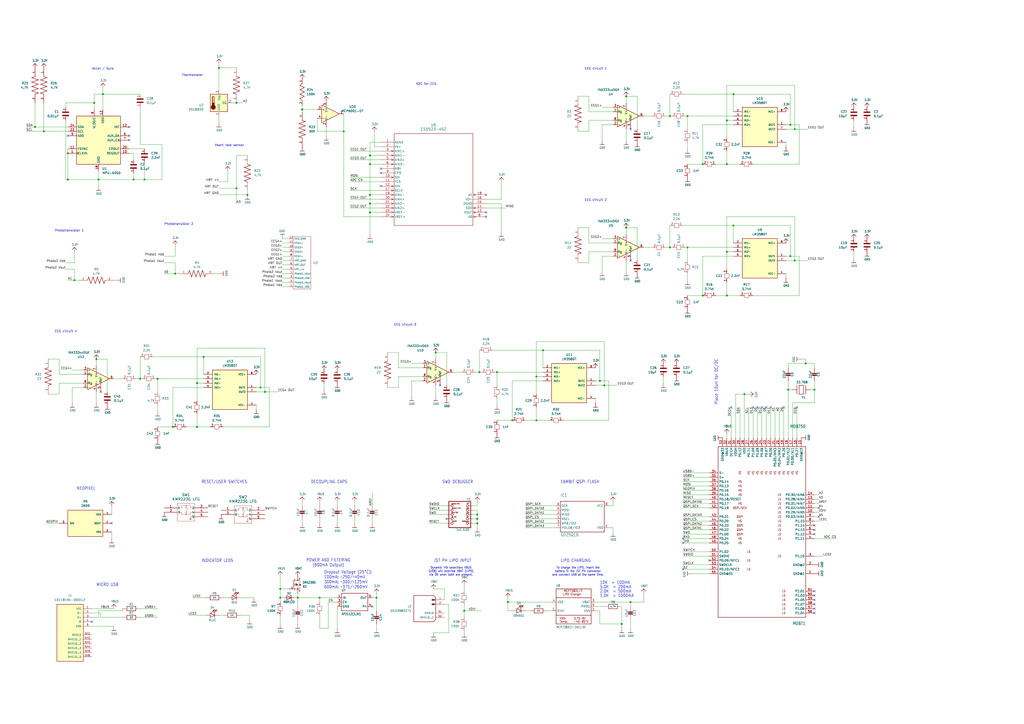
<source format=kicad_sch>
(kicad_sch (version 20230121) (generator eeschema)
  (paper "A2")
  (junction (at 100.33 247.65))
  (junction (at 407.67 171.45))
  (junction (at 127 39.37))
  (junction (at 278.13 215.9))
  (junction (at 20.32 73.66))
  (junction (at 421.64 171.45))
  (junction (at 365.76 349.25))
  (junction (at 398.78 67.31))
  (junction (at 77.47 104.14))
  (junction (at 214.63 90.17))
  (junction (at 421.64 69.85))
  (junction (at 421.64 95.25))
  (junction (at 214.63 95.25))
  (junction (at 388.62 67.31))
  (junction (at 101.6 158.75))
  (junction (at 311.15 218.44))
  (junction (at 83.82 104.14))
  (junction (at 314.96 203.2))
  (junction (at 347.98 220.98))
  (junction (at 143.51 113.03))
  (junction (at 91.44 219.71))
  (junction (at 54.61 59.69))
  (junction (at 137.16 59.69))
  (junction (at 425.45 130.81))
  (junction (at 153.67 227.33))
  (junction (at 311.15 243.84))
  (junction (at 421.64 146.05))
  (junction (at 461.01 151.13))
  (junction (at 43.18 162.56))
  (junction (at 388.62 143.51))
  (junction (at 25.4 76.2))
  (junction (at 288.29 215.9))
  (junction (at 269.24 354.33))
  (junction (at 39.37 88.9))
  (junction (at 218.44 346.71))
  (junction (at 39.37 104.14))
  (junction (at 297.18 243.84))
  (junction (at 214.63 118.11))
  (junction (at 175.26 63.5))
  (junction (at 363.22 132.08))
  (junction (at 425.45 54.61))
  (junction (at 458.47 72.39))
  (junction (at 59.69 54.61))
  (junction (at 199.39 76.2))
  (junction (at 294.64 349.25))
  (junction (at 350.52 223.52))
  (junction (at 214.63 123.19))
  (junction (at 137.16 109.22))
  (junction (at 360.68 361.95))
  (junction (at 162.56 346.71))
  (junction (at 276.86 300.99))
  (junction (at 252.73 204.47))
  (junction (at 458.47 148.59))
  (junction (at 118.11 207.01))
  (junction (at 114.3 247.65))
  (junction (at 185.42 346.71))
  (junction (at 431.8 228.6))
  (junction (at 81.28 219.71))
  (junction (at 114.3 222.25))
  (junction (at 172.72 346.71))
  (junction (at 407.67 95.25))
  (junction (at 55.88 208.28))
  (junction (at 457.2 226.06))
  (junction (at 467.36 210.82))
  (junction (at 151.13 224.79))
  (junction (at 363.22 55.88))
  (junction (at 461.01 74.93))
  (junction (at 162.56 341.63))
  (junction (at 472.44 226.06))
  (junction (at 276.86 298.45))
  (junction (at 398.78 143.51))
  (junction (at 214.63 113.03))
  (junction (at 276.86 303.53))
  (junction (at 57.15 104.14))
  (no_connect (at 462.28 236.22))
  (no_connect (at 64.77 303.53))
  (no_connect (at 472.44 345.44))
  (no_connect (at 281.94 125.73))
  (no_connect (at 58.42 227.33))
  (no_connect (at 53.34 360.68))
  (no_connect (at 396.24 312.42))
  (no_connect (at 396.24 330.2))
  (no_connect (at 454.66 236.22))
  (no_connect (at 472.44 347.98))
  (no_connect (at 220.98 100.33))
  (no_connect (at 472.44 304.8))
  (no_connect (at 472.44 307.34))
  (no_connect (at 215.9 351.79))
  (no_connect (at 441.96 236.22))
  (no_connect (at 411.48 325.12))
  (no_connect (at 424.18 236.22))
  (no_connect (at 74.93 73.66))
  (no_connect (at 474.98 294.64))
  (no_connect (at 74.93 81.28))
  (no_connect (at 472.44 353.06))
  (no_connect (at 472.44 309.88))
  (no_connect (at 472.44 342.9))
  (no_connect (at 259.08 300.99))
  (no_connect (at 472.44 350.52))
  (no_connect (at 447.04 236.22))
  (no_connect (at 444.5 236.22))
  (no_connect (at 436.88 236.22))
  (no_connect (at 281.94 123.19))
  (no_connect (at 281.94 113.03))
  (no_connect (at 74.93 78.74))
  (no_connect (at 472.44 355.6))
  (no_connect (at 439.42 236.22))
  (no_connect (at 220.98 107.95))
  (no_connect (at 365.76 151.13))
  (no_connect (at 39.37 78.74))
  (no_connect (at 255.27 223.52))
  (no_connect (at 220.98 97.79))
  (no_connect (at 365.76 74.93))
  (no_connect (at 396.24 314.96))
  (no_connect (at 474.98 299.72))
  (wire (pts (xy 101.6 152.4) (xy 101.6 158.75)))
  (wire (pts (xy 294.64 349.25) (xy 320.04 349.25)) (stroke (width 0.1524)))
  (wire (pts (xy 425.45 130.81) (xy 458.47 130.81)))
  (wire (pts (xy 396.24 294.64) (xy 411.48 294.64)) (stroke (width 0.1524)))
  (wire (pts (xy 363.22 55.88) (xy 369.57 55.88)))
  (wire (pts (xy 153.67 227.33) (xy 148.59 227.33)))
  (wire (pts (xy 127 356.87) (xy 129.54 356.87)) (stroke (width 0.1524)))
  (wire (pts (xy 274.32 295.91) (xy 276.86 295.91)) (stroke (width 0.1524)))
  (wire (pts (xy 269.24 354.33) (xy 279.4 354.33)) (stroke (width 0.1524)))
  (wire (pts (xy 259.08 303.53) (xy 248.92 303.53)) (stroke (width 0.1524)))
  (wire (pts (xy 214.63 113.03) (xy 214.63 118.11)))
  (wire (pts (xy 55.88 208.28) (xy 55.88 212.09)))
  (wire (pts (xy 411.48 289.56) (xy 396.24 289.56)) (stroke (width 0.1524)))
  (wire (pts (xy 88.9 207.01) (xy 118.11 207.01)))
  (wire (pts (xy 91.44 353.06) (xy 81.28 353.06)) (stroke (width 0.1524)))
  (wire (pts (xy 341.63 146.05) (xy 341.63 152.4)))
  (wire (pts (xy 231.14 213.36) (xy 231.14 204.47)))
  (wire (pts (xy 287.02 215.9) (xy 288.29 215.9)))
  (wire (pts (xy 341.63 55.88) (xy 335.28 55.88)))
  (wire (pts (xy 214.63 118.11) (xy 214.63 123.19)))
  (wire (pts (xy 396.24 292.1) (xy 411.48 292.1)) (stroke (width 0.1524)))
  (wire (pts (xy 214.63 118.11) (xy 220.98 118.11)))
  (wire (pts (xy 495.3 69.85) (xy 495.3 73.66)))
  (wire (pts (xy 281.94 120.65) (xy 293.37 120.65)))
  (wire (pts (xy 349.25 72.39) (xy 355.6 72.39)))
  (wire (pts (xy 347.98 354.33) (xy 347.98 361.95)) (stroke (width 0.1524)))
  (wire (pts (xy 322.58 293.37) (xy 304.8 293.37)) (stroke (width 0.1524)))
  (wire (pts (xy 407.67 148.59) (xy 425.45 148.59)))
  (wire (pts (xy 454.66 254) (xy 454.66 236.22)) (stroke (width 0.1524)))
  (wire (pts (xy 436.88 95.25) (xy 463.55 95.25)))
  (wire (pts (xy 58.42 355.6) (xy 58.42 358.14)))
  (wire (pts (xy 187.96 222.25) (xy 187.96 226.06)))
  (wire (pts (xy 314.96 203.2) (xy 347.98 203.2)))
  (wire (pts (xy 311.15 243.84) (xy 311.15 236.22)))
  (wire (pts (xy 495.3 146.05) (xy 495.3 149.86)))
  (wire (pts (xy 397.51 143.51) (xy 398.78 143.51)))
  (wire (pts (xy 455.93 148.59) (xy 458.47 148.59)))
  (wire (pts (xy 53.34 363.22) (xy 58.42 363.22)))
  (wire (pts (xy 238.76 210.82) (xy 245.11 210.82)))
  (wire (pts (xy 39.37 162.56) (xy 43.18 162.56)))
  (wire (pts (xy 449.58 236.22) (xy 449.58 254)) (stroke (width 0.1524)))
  (wire (pts (xy 58.42 363.22) (xy 66.04 363.22)) (stroke (width 0.1524)))
  (wire (pts (xy 189.23 73.66) (xy 189.23 78.74)))
  (wire (pts (xy 322.58 295.91) (xy 304.8 295.91)) (stroke (width 0.1524)))
  (wire (pts (xy 411.48 314.96) (xy 396.24 314.96)) (stroke (width 0.1524)))
  (wire (pts (xy 91.44 234.95) (xy 91.44 238.76)))
  (wire (pts (xy 425.45 130.81) (xy 425.45 140.97)))
  (wire (pts (xy 205.74 293.37) (xy 205.74 290.83)) (stroke (width 0.1524)))
  (wire (pts (xy 55.88 208.28) (xy 62.23 208.28)))
  (wire (pts (xy 276.86 300.99) (xy 276.86 303.53)) (stroke (width 0.1524)))
  (wire (pts (xy 355.6 69.85) (xy 341.63 69.85)))
  (wire (pts (xy 205.74 300.99) (xy 205.74 303.53)) (stroke (width 0.1524)))
  (wire (pts (xy 43.18 162.56) (xy 45.72 162.56)))
  (wire (pts (xy 294.64 354.33) (xy 294.64 349.25)) (stroke (width 0.1524)))
  (wire (pts (xy 48.26 217.17) (xy 34.29 217.17)))
  (wire (pts (xy 101.6 158.75) (xy 95.25 158.75)))
  (wire (pts (xy 66.04 162.56) (xy 67.31 162.56)))
  (wire (pts (xy 365.76 351.79) (xy 365.76 349.25)) (stroke (width 0.1524)))
  (wire (pts (xy 137.16 90.17) (xy 137.16 109.22)))
  (wire (pts (xy 203.2 92.71) (xy 220.98 92.71)))
  (wire (pts (xy 114.3 247.65) (xy 114.3 240.03)))
  (wire (pts (xy 426.72 254) (xy 426.72 228.6)) (stroke (width 0.1524)))
  (wire (pts (xy 114.3 232.41) (xy 114.3 222.25)))
  (wire (pts (xy 297.18 220.98) (xy 314.96 220.98)))
  (wire (pts (xy 455.93 82.55) (xy 455.93 85.09)))
  (wire (pts (xy 411.48 320.04) (xy 396.24 320.04)) (stroke (width 0.1524)))
  (wire (pts (xy 421.64 80.01) (xy 421.64 69.85)))
  (wire (pts (xy 421.64 69.85) (xy 425.45 69.85)))
  (wire (pts (xy 269.24 351.79) (xy 269.24 354.33)) (stroke (width 0.1524)))
  (wire (pts (xy 118.11 207.01) (xy 151.13 207.01)))
  (wire (pts (xy 278.13 203.2) (xy 278.13 215.9)))
  (wire (pts (xy 34.29 208.28) (xy 27.94 208.28)))
  (wire (pts (xy 288.29 243.84) (xy 297.18 243.84)))
  (wire (pts (xy 463.55 72.39) (xy 458.47 72.39)))
  (wire (pts (xy 195.58 293.37) (xy 195.58 290.83)) (stroke (width 0.1524)))
  (wire (pts (xy 407.67 72.39) (xy 407.67 95.25)))
  (wire (pts (xy 353.06 220.98) (xy 347.98 220.98)))
  (wire (pts (xy 363.22 132.08) (xy 369.57 132.08)))
  (wire (pts (xy 252.73 204.47) (xy 252.73 208.28)))
  (wire (pts (xy 172.72 344.17) (xy 172.72 346.71)) (stroke (width 0.1524)))
  (wire (pts (xy 276.86 295.91) (xy 276.86 298.45)) (stroke (width 0.1524)))
  (wire (pts (xy 25.4 59.69) (xy 25.4 76.2)))
  (wire (pts (xy 472.44 302.26) (xy 474.98 302.26)))
  (wire (pts (xy 53.34 358.14) (xy 57.15 358.14)))
  (wire (pts (xy 114.3 222.25) (xy 114.3 201.93)))
  (wire (pts (xy 411.48 309.88) (xy 396.24 309.88)) (stroke (width 0.1524)))
  (wire (pts (xy 439.42 236.22) (xy 439.42 254)) (stroke (width 0.1524)))
  (wire (pts (xy 467.36 210.82) (xy 457.2 210.82)) (stroke (width 0.1524)))
  (wire (pts (xy 172.72 359.41) (xy 172.72 361.95)) (stroke (width 0.1524)))
  (wire (pts (xy 127 113.03) (xy 143.51 113.03)))
  (wire (pts (xy 215.9 346.71) (xy 218.44 346.71)) (stroke (width 0.1524)))
  (wire (pts (xy 162.56 341.63) (xy 162.56 334.01)) (stroke (width 0.1524)))
  (wire (pts (xy 396.24 54.61) (xy 425.45 54.61)))
  (wire (pts (xy 276.86 293.37) (xy 276.86 290.83)) (stroke (width 0.1524)))
  (wire (pts (xy 269.24 365.76) (xy 269.24 367.03)))
  (wire (pts (xy 276.86 298.45) (xy 276.86 300.99)) (stroke (width 0.1524)))
  (wire (pts (xy 436.88 171.45) (xy 463.55 171.45)))
  (wire (pts (xy 355.6 64.77) (xy 341.63 64.77)))
  (wire (pts (xy 455.93 72.39) (xy 458.47 72.39)))
  (wire (pts (xy 238.76 220.98) (xy 245.11 220.98)))
  (wire (pts (xy 81.28 62.23) (xy 81.28 83.82)))
  (wire (pts (xy 195.58 346.71) (xy 185.42 346.71)) (stroke (width 0.1524)))
  (wire (pts (xy 238.76 220.98) (xy 238.76 229.87)))
  (wire (pts (xy 411.48 322.58) (xy 396.24 322.58)) (stroke (width 0.1524)))
  (wire (pts (xy 175.26 60.96) (xy 175.26 63.5)))
  (wire (pts (xy 311.15 218.44) (xy 314.96 218.44)))
  (wire (pts (xy 421.64 49.53) (xy 461.01 49.53)))
  (wire (pts (xy 62.23 208.28) (xy 62.23 227.33)))
  (wire (pts (xy 81.28 83.82) (xy 93.98 83.82)))
  (wire (pts (xy 355.6 140.97) (xy 341.63 140.97)))
  (wire (pts (xy 53.34 355.6) (xy 58.42 355.6)))
  (wire (pts (xy 472.44 287.02) (xy 474.98 287.02)))
  (wire (pts (xy 426.72 228.6) (xy 431.8 228.6)) (stroke (width 0.1524)))
  (wire (pts (xy 429.26 171.45) (xy 421.64 171.45)))
  (wire (pts (xy 163.83 138.43) (xy 167.64 138.43)))
  (wire (pts (xy 165.1 346.71) (xy 162.56 346.71)) (stroke (width 0.1524)))
  (wire (pts (xy 114.3 222.25) (xy 118.11 222.25)))
  (wire (pts (xy 214.63 90.17) (xy 214.63 95.25)))
  (wire (pts (xy 396.24 130.81) (xy 425.45 130.81)))
  (wire (pts (xy 463.55 95.25) (xy 463.55 72.39)))
  (wire (pts (xy 185.42 293.37) (xy 185.42 290.83)) (stroke (width 0.1524)))
  (wire (pts (xy 360.68 351.79) (xy 360.68 361.95)) (stroke (width 0.1524)))
  (wire (pts (xy 461.01 151.13) (xy 455.93 151.13)))
  (wire (pts (xy 175.26 63.5) (xy 175.26 64.77)))
  (wire (pts (xy 459.74 233.68) (xy 459.74 254)) (stroke (width 0.1524)))
  (wire (pts (xy 38.1 69.85) (xy 38.1 104.14)))
  (wire (pts (xy 429.26 95.25) (xy 421.64 95.25)))
  (wire (pts (xy 444.5 254) (xy 444.5 236.22)) (stroke (width 0.1524)))
  (wire (pts (xy 81.28 207.01) (xy 81.28 219.71)))
  (wire (pts (xy 384.81 218.44) (xy 384.81 222.25)))
  (wire (pts (xy 248.92 293.37) (xy 259.08 293.37)))
  (wire (pts (xy 74.93 88.9) (xy 77.47 88.9)))
  (wire (pts (xy 74.93 86.36) (xy 83.82 86.36)))
  (wire (pts (xy 452.12 254) (xy 452.12 236.22)) (stroke (width 0.1524)))
  (wire (pts (xy 54.61 59.69) (xy 54.61 54.61)))
  (wire (pts (xy 153.67 201.93) (xy 153.67 227.33)))
  (wire (pts (xy 458.47 54.61) (xy 458.47 72.39)))
  (wire (pts (xy 214.63 82.55) (xy 214.63 90.17)))
  (wire (pts (xy 396.24 299.72) (xy 411.48 299.72)) (stroke (width 0.1524)))
  (wire (pts (xy 163.83 163.83) (xy 167.64 163.83)))
  (wire (pts (xy 156.21 224.79) (xy 151.13 224.79)))
  (wire (pts (xy 411.48 279.4) (xy 396.24 279.4)) (stroke (width 0.1524)))
  (wire (pts (xy 455.93 158.75) (xy 455.93 161.29)))
  (wire (pts (xy 407.67 148.59) (xy 407.67 171.45)))
  (wire (pts (xy 353.06 306.07) (xy 355.6 306.07)) (stroke (width 0.1524)))
  (wire (pts (xy 421.64 254) (xy 421.64 251.46)) (stroke (width 0.1524)))
  (wire (pts (xy 124.46 158.75) (xy 127 158.75)))
  (wire (pts (xy 163.83 158.75) (xy 167.64 158.75)))
  (wire (pts (xy 248.92 295.91) (xy 259.08 295.91)))
  (wire (pts (xy 281.94 118.11) (xy 290.83 118.11)))
  (wire (pts (xy 459.74 233.68) (xy 472.44 233.68)) (stroke (width 0.1524)))
  (wire (pts (xy 172.72 346.71) (xy 185.42 346.71)) (stroke (width 0.1524)))
  (wire (pts (xy 472.44 299.72) (xy 474.98 299.72)))
  (wire (pts (xy 472.44 213.36) (xy 472.44 210.82)) (stroke (width 0.1524)))
  (wire (pts (xy 363.22 151.13) (xy 363.22 157.48)))
  (wire (pts (xy 388.62 130.81) (xy 388.62 143.51)))
  (wire (pts (xy 114.3 201.93) (xy 153.67 201.93)))
  (wire (pts (xy 217.17 76.2) (xy 217.17 85.09)))
  (wire (pts (xy 71.12 354.33) (xy 71.12 353.06)))
  (wire (pts (xy 373.38 344.17) (xy 373.38 349.25)) (stroke (width 0.1524)))
  (wire (pts (xy 148.59 234.95) (xy 148.59 237.49)))
  (wire (pts (xy 276.86 303.53) (xy 276.86 306.07)) (stroke (width 0.1524)))
  (wire (pts (xy 260.35 350.52) (xy 257.81 350.52)))
  (wire (pts (xy 294.64 346.71) (xy 294.64 349.25)) (stroke (width 0.1524)))
  (wire (pts (xy 245.11 213.36) (xy 231.14 213.36)))
  (wire (pts (xy 262.89 215.9) (xy 267.97 215.9)))
  (wire (pts (xy 167.64 341.63) (xy 162.56 341.63)) (stroke (width 0.1524)))
  (wire (pts (xy 127 36.83) (xy 127 39.37)))
  (wire (pts (xy 57.15 104.14) (xy 77.47 104.14)))
  (wire (pts (xy 365.76 349.25) (xy 373.38 349.25)) (stroke (width 0.1524)))
  (wire (pts (xy 15.24 73.66) (xy 20.32 73.66)))
  (wire (pts (xy 447.04 254) (xy 447.04 236.22)) (stroke (width 0.1524)))
  (wire (pts (xy 468.63 74.93) (xy 461.01 74.93)))
  (wire (pts (xy 314.96 203.2) (xy 314.96 213.36)))
  (wire (pts (xy 59.69 54.61) (xy 81.28 54.61)))
  (wire (pts (xy 34.29 228.6) (xy 27.94 228.6)))
  (wire (pts (xy 424.18 236.22) (xy 424.18 254)))
  (wire (pts (xy 388.62 67.31) (xy 389.89 67.31)))
  (wire (pts (xy 350.52 223.52) (xy 345.44 223.52)))
  (wire (pts (xy 127 105.41) (xy 132.08 105.41)))
  (wire (pts (xy 203.2 115.57) (xy 220.98 115.57)))
  (wire (pts (xy 411.48 312.42) (xy 396.24 312.42)) (stroke (width 0.1524)))
  (wire (pts (xy 163.83 148.59) (xy 167.64 148.59)))
  (wire (pts (xy 151.13 207.01) (xy 151.13 224.79)))
  (wire (pts (xy 34.29 217.17) (xy 34.29 208.28)))
  (wire (pts (xy 195.58 351.79) (xy 195.58 364.49)) (stroke (width 0.1524)))
  (wire (pts (xy 57.15 99.06) (xy 57.15 104.14)))
  (wire (pts (xy 398.78 82.55) (xy 398.78 86.36)))
  (wire (pts (xy 64.77 308.61) (xy 64.77 312.42)))
  (wire (pts (xy 48.26 222.25) (xy 34.29 222.25)))
  (wire (pts (xy 91.44 219.71) (xy 91.44 227.33)))
  (wire (pts (xy 163.83 166.37) (xy 167.64 166.37)))
  (wire (pts (xy 436.88 254) (xy 436.88 236.22)) (stroke (width 0.1524)))
  (wire (pts (xy 341.63 69.85) (xy 341.63 76.2)))
  (wire (pts (xy 199.39 76.2) (xy 199.39 66.04)))
  (wire (pts (xy 59.69 54.61) (xy 59.69 63.5)))
  (wire (pts (xy 341.63 76.2) (xy 335.28 76.2)))
  (wire (pts (xy 163.83 161.29) (xy 167.64 161.29)))
  (wire (pts (xy 252.73 223.52) (xy 252.73 229.87)))
  (wire (pts (xy 398.78 67.31) (xy 425.45 67.31)))
  (wire (pts (xy 77.47 88.9) (xy 77.47 92.71)))
  (wire (pts (xy 57.15 354.33) (xy 71.12 354.33)))
  (wire (pts (xy 39.37 104.14) (xy 57.15 104.14)))
  (wire (pts (xy 398.78 158.75) (xy 398.78 162.56)))
  (wire (pts (xy 353.06 243.84) (xy 353.06 220.98)))
  (wire (pts (xy 269.24 341.63) (xy 269.24 342.9)))
  (wire (pts (xy 411.48 287.02) (xy 396.24 287.02)) (stroke (width 0.1524)))
  (wire (pts (xy 341.63 152.4) (xy 335.28 152.4)))
  (wire (pts (xy 91.44 219.71) (xy 118.11 219.71)))
  (wire (pts (xy 185.42 300.99) (xy 185.42 303.53)) (stroke (width 0.1524)))
  (wire (pts (xy 55.88 227.33) (xy 55.88 233.68)))
  (wire (pts (xy 119.38 356.87) (xy 109.22 356.87)) (stroke (width 0.1524)))
  (wire (pts (xy 463.55 148.59) (xy 458.47 148.59)))
  (wire (pts (xy 365.76 349.25) (xy 345.44 349.25)) (stroke (width 0.1524)))
  (wire (pts (xy 38.1 59.69) (xy 38.1 62.23)))
  (wire (pts (xy 278.13 215.9) (xy 279.4 215.9)))
  (wire (pts (xy 163.83 156.21) (xy 167.64 156.21)))
  (wire (pts (xy 411.48 281.94) (xy 396.24 281.94)) (stroke (width 0.1524)))
  (wire (pts (xy 175.26 300.99) (xy 175.26 303.53)) (stroke (width 0.1524)))
  (wire (pts (xy 349.25 62.23) (xy 355.6 62.23)))
  (wire (pts (xy 251.46 367.03) (xy 260.35 367.03)))
  (wire (pts (xy 288.29 231.14) (xy 288.29 234.95)))
  (wire (pts (xy 53.34 353.06) (xy 58.42 353.06)))
  (wire (pts (xy 147.32 346.71) (xy 139.7 346.71)) (stroke (width 0.1524)))
  (wire (pts (xy 425.45 54.61) (xy 425.45 64.77)))
  (wire (pts (xy 269.24 350.52) (xy 269.24 351.79)))
  (wire (pts (xy 349.25 148.59) (xy 349.25 157.48)))
  (wire (pts (xy 401.32 332.74) (xy 411.48 332.74)) (stroke (width 0.1524)))
  (wire (pts (xy 386.08 67.31) (xy 388.62 67.31)))
  (wire (pts (xy 132.08 99.06) (xy 132.08 105.41)))
  (wire (pts (xy 101.6 142.24) (xy 101.6 148.59)))
  (wire (pts (xy 199.39 76.2) (xy 199.39 125.73)))
  (wire (pts (xy 20.32 73.66) (xy 39.37 73.66)))
  (wire (pts (xy 369.57 132.08) (xy 369.57 151.13)))
  (wire (pts (xy 162.56 349.25) (xy 162.56 346.71)) (stroke (width 0.1524)))
  (wire (pts (xy 231.14 218.44) (xy 231.14 224.79)))
  (wire (pts (xy 411.48 327.66) (xy 396.24 327.66)) (stroke (width 0.1524)))
  (wire (pts (xy 288.29 215.9) (xy 288.29 223.52)))
  (wire (pts (xy 398.78 143.51) (xy 398.78 151.13)))
  (wire (pts (xy 95.25 152.4) (xy 101.6 152.4)))
  (wire (pts (xy 341.63 132.08) (xy 335.28 132.08)))
  (wire (pts (xy 175.26 63.5) (xy 184.15 63.5)))
  (wire (pts (xy 463.55 171.45) (xy 463.55 148.59)))
  (wire (pts (xy 220.98 90.17) (xy 214.63 90.17)))
  (wire (pts (xy 218.44 361.95) (xy 218.44 364.49)) (stroke (width 0.1524)))
  (wire (pts (xy 148.59 224.79) (xy 151.13 224.79)))
  (wire (pts (xy 290.83 118.11) (xy 290.83 134.62)))
  (wire (pts (xy 347.98 361.95) (xy 360.68 361.95)) (stroke (width 0.1524)))
  (wire (pts (xy 411.48 276.86) (xy 396.24 276.86)) (stroke (width 0.1524)))
  (wire (pts (xy 54.61 59.69) (xy 38.1 59.69)))
  (wire (pts (xy 214.63 113.03) (xy 220.98 113.03)))
  (wire (pts (xy 59.69 50.8) (xy 59.69 54.61)))
  (wire (pts (xy 127 39.37) (xy 137.16 39.37)))
  (wire (pts (xy 311.15 228.6) (xy 311.15 218.44)))
  (wire (pts (xy 398.78 95.25) (xy 407.67 95.25)))
  (wire (pts (xy 421.64 95.25) (xy 421.64 87.63)))
  (wire (pts (xy 318.77 243.84) (xy 311.15 243.84)))
  (wire (pts (xy 425.45 54.61) (xy 458.47 54.61)))
  (wire (pts (xy 163.83 153.67) (xy 167.64 153.67)))
  (wire (pts (xy 66.04 219.71) (xy 71.12 219.71)))
  (wire (pts (xy 41.91 214.63) (xy 48.26 214.63)))
  (wire (pts (xy 170.18 346.71) (xy 172.72 346.71)) (stroke (width 0.1524)))
  (wire (pts (xy 397.51 67.31) (xy 398.78 67.31)))
  (wire (pts (xy 57.15 358.14) (xy 57.15 354.33)))
  (wire (pts (xy 144.78 356.87) (xy 144.78 359.41)) (stroke (width 0.1524)))
  (wire (pts (xy 304.8 300.99) (xy 322.58 300.99)) (stroke (width 0.1524)))
  (wire (pts (xy 259.08 204.47) (xy 259.08 223.52)))
  (wire (pts (xy 195.58 300.99) (xy 195.58 303.53)) (stroke (width 0.1524)))
  (wire (pts (xy 101.6 158.75) (xy 104.14 158.75)))
  (wire (pts (xy 54.61 54.61) (xy 59.69 54.61)))
  (wire (pts (xy 184.15 76.2) (xy 199.39 76.2)))
  (wire (pts (xy 297.18 220.98) (xy 297.18 243.84)))
  (wire (pts (xy 345.44 231.14) (xy 345.44 233.68)))
  (wire (pts (xy 396.24 274.32) (xy 411.48 274.32)) (stroke (width 0.1524)))
  (wire (pts (xy 34.29 222.25) (xy 34.29 228.6)))
  (wire (pts (xy 199.39 125.73) (xy 220.98 125.73)))
  (wire (pts (xy 163.83 140.97) (xy 167.64 140.97)))
  (wire (pts (xy 431.8 228.6) (xy 434.34 228.6)) (stroke (width 0.1524)))
  (wire (pts (xy 472.44 312.42) (xy 485.14 312.42)))
  (wire (pts (xy 411.48 307.34) (xy 396.24 307.34)) (stroke (width 0.1524)))
  (wire (pts (xy 185.42 356.87) (xy 185.42 364.49)) (stroke (width 0.1524)))
  (wire (pts (xy 214.63 123.19) (xy 214.63 135.89)))
  (wire (pts (xy 195.58 349.25) (xy 190.5 349.25)) (stroke (width 0.1524)))
  (wire (pts (xy 66.04 353.06) (xy 58.42 353.06)) (stroke (width 0.1524)))
  (wire (pts (xy 345.44 220.98) (xy 347.98 220.98)))
  (wire (pts (xy 127 39.37) (xy 127 52.07)))
  (wire (pts (xy 349.25 72.39) (xy 349.25 81.28)))
  (wire (pts (xy 127 67.31) (xy 127 71.12)))
  (wire (pts (xy 190.5 349.25) (xy 190.5 364.49)) (stroke (width 0.1524)))
  (wire (pts (xy 111.76 346.71) (xy 119.38 346.71)))
  (wire (pts (xy 461.01 49.53) (xy 461.01 74.93)))
  (wire (pts (xy 349.25 138.43) (xy 355.6 138.43)))
  (wire (pts (xy 231.14 204.47) (xy 224.79 204.47)))
  (wire (pts (xy 143.51 110.49) (xy 143.51 113.03)))
  (wire (pts (xy 95.25 148.59) (xy 101.6 148.59)))
  (wire (pts (xy 472.44 297.18) (xy 474.98 297.18)))
  (wire (pts (xy 285.75 203.2) (xy 314.96 203.2)))
  (wire (pts (xy 304.8 354.33) (xy 307.34 354.33)) (stroke (width 0.1524)))
  (wire (pts (xy 363.22 132.08) (xy 363.22 135.89)))
  (wire (pts (xy 215.9 293.37) (xy 215.9 285.75)) (stroke (width 0.1524)))
  (wire (pts (xy 251.46 341.63) (xy 257.81 341.63)))
  (wire (pts (xy 353.06 293.37) (xy 355.6 293.37)) (stroke (width 0.1524)))
  (wire (pts (xy 407.67 72.39) (xy 425.45 72.39)))
  (wire (pts (xy 20.32 59.69) (xy 20.32 73.66)))
  (wire (pts (xy 358.14 223.52) (xy 350.52 223.52)))
  (wire (pts (xy 25.4 76.2) (xy 39.37 76.2)))
  (wire (pts (xy 163.83 143.51) (xy 167.64 143.51)))
  (wire (pts (xy 129.54 247.65) (xy 156.21 247.65)))
  (wire (pts (xy 458.47 130.81) (xy 458.47 148.59)))
  (wire (pts (xy 441.96 254) (xy 441.96 236.22)) (stroke (width 0.1524)))
  (wire (pts (xy 472.44 226.06) (xy 469.9 226.06)) (stroke (width 0.1524)))
  (wire (pts (xy 121.92 247.65) (xy 114.3 247.65)))
  (wire (pts (xy 274.32 300.99) (xy 276.86 300.99)) (stroke (width 0.1524)))
  (wire (pts (xy 341.63 64.77) (xy 341.63 55.88)))
  (wire (pts (xy 363.22 74.93) (xy 363.22 81.28)))
  (wire (pts (xy 311.15 218.44) (xy 311.15 198.12)))
  (wire (pts (xy 58.42 358.14) (xy 71.12 358.14)) (stroke (width 0.1524)))
  (wire (pts (xy 39.37 88.9) (xy 39.37 104.14)))
  (wire (pts (xy 163.83 146.05) (xy 167.64 146.05)))
  (wire (pts (xy 467.36 208.28) (xy 467.36 210.82)) (stroke (width 0.1524)))
  (wire (pts (xy 472.44 210.82) (xy 467.36 210.82)) (stroke (width 0.1524)))
  (wire (pts (xy 472.44 220.98) (xy 472.44 226.06)) (stroke (width 0.1524)))
  (wire (pts (xy 162.56 346.71) (xy 162.56 341.63)) (stroke (width 0.1524)))
  (wire (pts (xy 139.7 356.87) (xy 144.78 356.87)) (stroke (width 0.1524)))
  (wire (pts (xy 274.32 293.37) (xy 276.86 293.37)) (stroke (width 0.1524)))
  (wire (pts (xy 38.1 152.4) (xy 43.18 152.4)))
  (wire (pts (xy 297.18 354.33) (xy 294.64 354.33)) (stroke (width 0.1524)))
  (wire (pts (xy 54.61 63.5) (xy 54.61 59.69)))
  (wire (pts (xy 304.8 306.07) (xy 322.58 306.07)) (stroke (width 0.1524)))
  (wire (pts (xy 388.62 54.61) (xy 388.62 67.31)))
  (wire (pts (xy 161.29 227.33) (xy 153.67 227.33)))
  (wire (pts (xy 355.6 146.05) (xy 341.63 146.05)))
  (wire (pts (xy 64.77 293.37) (xy 64.77 298.45)))
  (wire (pts (xy 203.2 87.63) (xy 220.98 87.63)))
  (wire (pts (xy 421.64 156.21) (xy 421.64 146.05)))
  (wire (pts (xy 360.68 361.95) (xy 360.68 364.49)) (stroke (width 0.1524)))
  (wire (pts (xy 326.39 243.84) (xy 353.06 243.84)))
  (wire (pts (xy 398.78 67.31) (xy 398.78 74.93)))
  (wire (pts (xy 43.18 156.21) (xy 43.18 162.56)))
  (wire (pts (xy 373.38 143.51) (xy 378.46 143.51)))
  (wire (pts (xy 39.37 86.36) (xy 39.37 88.9)))
  (wire (pts (xy 415.29 95.25) (xy 421.64 95.25)))
  (wire (pts (xy 457.2 220.98) (xy 457.2 226.06)) (stroke (width 0.1524)))
  (wire (pts (xy 304.8 243.84) (xy 311.15 243.84)))
  (wire (pts (xy 132.08 346.71) (xy 129.54 346.71)) (stroke (width 0.1524)))
  (wire (pts (xy 421.64 146.05) (xy 425.45 146.05)))
  (wire (pts (xy 214.63 95.25) (xy 214.63 113.03)))
  (wire (pts (xy 127 109.22) (xy 137.16 109.22)))
  (wire (pts (xy 190.5 364.49) (xy 185.42 364.49)) (stroke (width 0.1524)))
  (wire (pts (xy 41.91 224.79) (xy 48.26 224.79)))
  (wire (pts (xy 365.76 359.41) (xy 365.76 364.49)) (stroke (width 0.1524)))
  (wire (pts (xy 355.6 306.07) (xy 355.6 308.61)) (stroke (width 0.1524)))
  (wire (pts (xy 137.16 59.69) (xy 140.97 59.69)))
  (wire (pts (xy 355.6 293.37) (xy 355.6 290.83)) (stroke (width 0.1524)))
  (wire (pts (xy 203.2 120.65) (xy 220.98 120.65)))
  (wire (pts (xy 431.8 254) (xy 431.8 228.6)) (stroke (width 0.1524)))
  (wire (pts (xy 203.2 105.41) (xy 220.98 105.41)))
  (wire (pts (xy 398.78 171.45) (xy 407.67 171.45)))
  (wire (pts (xy 91.44 247.65) (xy 100.33 247.65)))
  (wire (pts (xy 91.44 358.14) (xy 81.28 358.14)) (stroke (width 0.1524)))
  (wire (pts (xy 274.32 298.45) (xy 276.86 298.45)) (stroke (width 0.1524)))
  (wire (pts (xy 369.57 55.88) (xy 369.57 74.93)))
  (wire (pts (xy 304.8 303.53) (xy 322.58 303.53)) (stroke (width 0.1524)))
  (wire (pts (xy 83.82 93.98) (xy 83.82 104.14)))
  (wire (pts (xy 220.98 123.19) (xy 214.63 123.19)))
  (wire (pts (xy 396.24 302.26) (xy 411.48 302.26)) (stroke (width 0.1524)))
  (wire (pts (xy 26.67 303.53) (xy 34.29 303.53)))
  (wire (pts (xy 245.11 218.44) (xy 231.14 218.44)))
  (wire (pts (xy 461.01 125.73) (xy 461.01 151.13)))
  (wire (pts (xy 311.15 198.12) (xy 350.52 198.12)))
  (wire (pts (xy 93.98 83.82) (xy 93.98 104.14)))
  (wire (pts (xy 421.64 69.85) (xy 421.64 49.53)))
  (wire (pts (xy 477.52 322.58) (xy 472.44 322.58)))
  (wire (pts (xy 457.2 226.06) (xy 459.74 226.06)) (stroke (width 0.1524)))
  (wire (pts (xy 78.74 219.71) (xy 81.28 219.71)))
  (wire (pts (xy 411.48 330.2) (xy 396.24 330.2)) (stroke (width 0.1524)))
  (wire (pts (xy 259.08 298.45) (xy 248.92 298.45)) (stroke (width 0.1524)))
  (wire (pts (xy 386.08 143.51) (xy 388.62 143.51)))
  (wire (pts (xy 373.38 67.31) (xy 378.46 67.31)))
  (wire (pts (xy 462.28 254) (xy 462.28 236.22)) (stroke (width 0.1524)))
  (wire (pts (xy 388.62 143.51) (xy 389.89 143.51)))
  (wire (pts (xy 472.44 289.56) (xy 474.98 289.56)))
  (wire (pts (xy 218.44 346.71) (xy 218.44 344.17)) (stroke (width 0.1524)))
  (wire (pts (xy 252.73 204.47) (xy 259.08 204.47)))
  (wire (pts (xy 349.25 148.59) (xy 355.6 148.59)))
  (wire (pts (xy 38.1 104.14) (xy 39.37 104.14)))
  (wire (pts (xy 162.56 356.87) (xy 162.56 361.95)) (stroke (width 0.1524)))
  (wire (pts (xy 137.16 109.22) (xy 137.16 118.11)))
  (wire (pts (xy 304.8 298.45) (xy 322.58 298.45)) (stroke (width 0.1524)))
  (wire (pts (xy 421.64 171.45) (xy 421.64 163.83)))
  (wire (pts (xy 275.59 215.9) (xy 278.13 215.9)))
  (wire (pts (xy 429.26 254) (xy 429.26 236.22)) (stroke (width 0.1524)))
  (wire (pts (xy 363.22 55.88) (xy 363.22 59.69)))
  (wire (pts (xy 77.47 100.33) (xy 77.47 104.14)))
  (wire (pts (xy 137.16 90.17) (xy 143.51 90.17)))
  (wire (pts (xy 163.83 151.13) (xy 167.64 151.13)))
  (wire (pts (xy 274.32 303.53) (xy 276.86 303.53)) (stroke (width 0.1524)))
  (wire (pts (xy 288.29 215.9) (xy 314.96 215.9)))
  (wire (pts (xy 220.98 82.55) (xy 214.63 82.55)))
  (wire (pts (xy 100.33 224.79) (xy 100.33 247.65)))
  (wire (pts (xy 81.28 219.71) (xy 82.55 219.71)))
  (wire (pts (xy 341.63 140.97) (xy 341.63 132.08)))
  (wire (pts (xy 345.44 354.33) (xy 347.98 354.33)) (stroke (width 0.1524)))
  (wire (pts (xy 43.18 146.05) (xy 43.18 152.4)))
  (wire (pts (xy 457.2 210.82) (xy 457.2 213.36)) (stroke (width 0.1524)))
  (wire (pts (xy 281.94 115.57) (xy 290.83 115.57)))
  (wire (pts (xy 411.48 304.8) (xy 396.24 304.8)) (stroke (width 0.1524)))
  (wire (pts (xy 231.14 224.79) (xy 224.79 224.79)))
  (wire (pts (xy 203.2 102.87) (xy 220.98 102.87)))
  (wire (pts (xy 398.78 143.51) (xy 425.45 143.51)))
  (wire (pts (xy 134.62 59.69) (xy 137.16 59.69)))
  (wire (pts (xy 461.01 74.93) (xy 455.93 74.93)))
  (wire (pts (xy 468.63 151.13) (xy 461.01 151.13)))
  (wire (pts (xy 350.52 198.12) (xy 350.52 223.52)))
  (wire (pts (xy 345.44 351.79) (xy 350.52 351.79)) (stroke (width 0.1524)))
  (wire (pts (xy 218.44 354.33) (xy 218.44 346.71)) (stroke (width 0.1524)))
  (wire (pts (xy 347.98 203.2) (xy 347.98 220.98)))
  (wire (pts (xy 15.24 76.2) (xy 25.4 76.2)))
  (wire (pts (xy 260.35 367.03) (xy 260.35 350.52)))
  (wire (pts (xy 220.98 85.09) (xy 217.17 85.09)))
  (wire (pts (xy 57.15 104.14) (xy 57.15 107.95)))
  (wire (pts (xy 156.21 247.65) (xy 156.21 224.79)))
  (wire (pts (xy 107.95 247.65) (xy 114.3 247.65)))
  (wire (pts (xy 100.33 224.79) (xy 118.11 224.79)))
  (wire (pts (xy 184.15 68.58) (xy 184.15 76.2)))
  (wire (pts (xy 215.9 303.53) (xy 215.9 300.99)) (stroke (width 0.1524)))
  (wire (pts (xy 118.11 207.01) (xy 118.11 217.17)))
  (wire (pts (xy 90.17 219.71) (xy 91.44 219.71)))
  (wire (pts (xy 214.63 95.25) (xy 220.98 95.25)))
  (wire (pts (xy 41.91 224.79) (xy 41.91 233.68)))
  (wire (pts (xy 457.2 254) (xy 457.2 226.06)) (stroke (width 0.1524)))
  (wire (pts (xy 38.1 156.21) (xy 43.18 156.21)))
  (wire (pts (xy 421.64 146.05) (xy 421.64 125.73)))
  (wire (pts (xy 317.5 354.33) (xy 320.04 354.33)) (stroke (width 0.1524)))
  (wire (pts (xy 77.47 104.14) (xy 83.82 104.14)))
  (wire (pts (xy 434.34 236.22) (xy 434.34 254)) (stroke (width 0.1524)))
  (wire (pts (xy 175.26 293.37) (xy 175.26 290.83)) (stroke (width 0.1524)))
  (wire (pts (xy 472.44 294.64) (xy 474.98 294.64)))
  (wire (pts (xy 269.24 339.09) (xy 269.24 341.63)) (stroke (width 0.1524)))
  (wire (pts (xy 464.82 208.28) (xy 467.36 208.28)) (stroke (width 0.1524)))
  (wire (pts (xy 172.72 351.79) (xy 172.72 346.71)) (stroke (width 0.1524)))
  (wire (pts (xy 415.29 171.45) (xy 421.64 171.45)))
  (wire (pts (xy 269.24 354.33) (xy 269.24 358.14)) (stroke (width 0.1524)))
  (wire (pts (xy 472.44 292.1) (xy 474.98 292.1)))
  (wire (pts (xy 185.42 349.25) (xy 185.42 346.71)) (stroke (width 0.1524)))
  (wire (pts (xy 290.83 105.41) (xy 290.83 115.57)))
  (wire (pts (xy 421.64 125.73) (xy 461.01 125.73)))
  (wire (pts (xy 203.2 110.49) (xy 220.98 110.49)))
  (wire (pts (xy 411.48 284.48) (xy 396.24 284.48)) (stroke (width 0.1524)))
  (wire (pts (xy 83.82 104.14) (xy 93.98 104.14)))
  (wire (pts (xy 472.44 233.68) (xy 472.44 226.06)) (stroke (width 0.1524)))
  (wire (pts (xy 257.81 341.63) (xy 257.81 347.98)))
  (text "EEG circuit 3" (at 228.6 189.23 0) (effects (font (size 1.27 1.27)) (justify left bottom)))
  (text "SWD DEBUGGER" (at 256.54 280.67 0) (effects (font (size 1.778 1.5113)) (justify left bottom)))
  (text "EEG circuit 2" (at 339.09 116.84 0) (effects (font (size 1.27 1.27)) (justify left bottom)))
  (text "LIPO CHARGING" (at 325.12 326.39 0) (effects (font (size 1.778 1.5113)) (justify left bottom)))
  (text "JST PH LIPO INPUT" (at 251.46 326.39 0) (effects (font (size 1.778 1.5113)) (justify left bottom)))
  (text "To charge the LIPO, insert the\nbattery in the JST PH connector\nand connect USB at the same time." (at 335.28 331.47 0) (effects (font (size 1.27 1.0795))))
  (text "Phototransistor 1" (at 31.75 134.62 0) (effects (font (size 1.27 1.27)) (justify left bottom)))
  (text "Place 10uH for DC/DC" (at 416.56 208.28 90) (effects (font (size 1.778 1.5113)) (justify right bottom)))
  (text "DECOUPLING CAPS" (at 180.34 280.67 0) (effects (font (size 1.778 1.5113)) (justify left bottom)))
  (text "10K  = 100mA" (at 347.98 339.09 0) (effects (font (size 1.778 1.5113)) (justify left bottom)))
  (text "2.0K  = 500mA" (at 347.98 344.17 0) (effects (font (size 1.778 1.5113)) (justify left bottom)))
  (text "POWER AND FILTERING\n(600mA Output)" (at 190.5 328.93 0) (effects (font (size 1.778 1.5113)) (justify bottom)))
  (text "16MBIT QSPI FLASH" (at 325.12 280.67 0) (effects (font (size 1.778 1.5113)) (justify left bottom)))
  (text "Thermometer" (at 105.41 44.45 0) (effects (font (size 1.27 1.27)) (justify left bottom)))
  (text "Phototransistor 2" (at 95.25 130.81 0) (effects (font (size 1.27 1.27)) (justify left bottom)))
  (text "Heart rate sensor" (at 124.46 85.09 0) (effects (font (size 1.27 1.27)) (justify left bottom)))
  (text "RESET/USER SWITCHES" (at 116.84 280.67 0) (effects (font (size 1.778 1.5113)) (justify left bottom)))
  (text "1.0K  = 1000mA" (at 347.98 346.71 0) (effects (font (size 1.778 1.5113)) (justify left bottom)))
  (text "Dropout Voltage (25°C):\n100mA: ~250/~40mV\n300mA: ~300/~125mV\n600mA: ~375/~260mV" (at 187.96 341.63 0) (effects (font (size 1.778 1.5113)) (justify left bottom)))
  (text "EEG circuit 4" (at 31.75 193.04 0) (effects (font (size 1.27 1.27)) (justify left bottom)))
  (text "Dynamic VIN selection: VBUS\n(USB) will override VBAT (LIPO)\nvia D5 when both are present." (at 261.62 331.47 0) (effects (font (size 1.27 1.0795))))
  (text "NEOPIXEL" (at 44.45 284.48 0) (effects (font (size 1.778 1.5113)) (justify left bottom)))
  (text "ADC for EEG" (at 241.3 49.53 0) (effects (font (size 1.27 1.27)) (justify left bottom)))
  (text "Accel / Gyro" (at 53.34 40.64 0) (effects (font (size 1.27 1.27)) (justify left bottom)))
  (text "INDICATOR LEDS" (at 116.84 326.39 0) (effects (font (size 1.778 1.5113)) (justify left bottom)))
  (text "5.0K  = 200mA" (at 347.98 341.63 0) (effects (font (size 1.778 1.5113)) (justify left bottom)))
  (text "EEG circuit 1" (at 339.09 40.64 0) (effects (font (size 1.27 1.27)) (justify left bottom)))
  (text "MICRO USB" (at 55.88 340.36 0) (effects (font (size 1.778 1.5113)) (justify left bottom)))
  (label "EEG3+" (at 238.76 210.82 180))
  (label "EEG2+" (at 163.83 146.05 180))
  (label "SCL" (at 434.34 236.22 270) (effects (font (size 1.2446 1.2446))))
  (label "RESET" (at 248.92 303.53 0) (effects (font (size 1.2446 1.2446))))
  (label "HRT +V" (at 127 105.41 180))
  (label "LED2" (at 109.22 356.87 0) (effects (font (size 1.2446 1.2446))))
  (label "LED1" (at 111.76 346.71 0) (effects (font (size 1.2446 1.2446))))
  (label "A0" (at 95.25 158.75 0))
  (label "QSPI_DATA0" (at 396.24 292.1 0) (effects (font (size 1.2446 1.2446))))
  (label "QSPI_DATA3" (at 304.8 306.07 0) (effects (font (size 1.2446 1.2446))))
  (label "SWDIO" (at 396.24 322.58 0) (effects (font (size 1.2446 1.2446))))
  (label "MISO" (at 396.24 287.02 0) (effects (font (size 1.2446 1.2446))))
  (label "SWO" (at 396.24 309.88 0) (effects (font (size 1.2446 1.2446))))
  (label "LED2" (at 477.52 322.58 0) (effects (font (size 1.2446 1.2446))))
  (label "EEG1 OUT" (at 203.2 87.63 0))
  (label "HRT GND" (at 163.83 151.13 180))
  (label "EEG4 OUT" (at 161.29 227.33 0))
  (label "EEG1+" (at 349.25 62.23 180))
  (label "QSPI_DATA2" (at 396.24 304.8 0) (effects (font (size 1.2446 1.2446))))
  (label "RESET" (at 396.24 289.56 0) (effects (font (size 1.2446 1.2446))))
  (label "D2" (at 396.24 330.2 0) (effects (font (size 1.2446 1.2446))))
  (label "EEG3 OUT" (at 203.2 92.71 0))
  (label "Photo2 Vdd" (at 163.83 161.29 180))
  (label "SDA" (at 429.26 236.22 270) (effects (font (size 1.2446 1.2446))))
  (label "MISO" (at 293.37 120.65 0) (effects (font (size 1.2446 1.2446))))
  (label "NEOPIX" (at 26.67 303.53 0) (effects (font (size 1.2446 1.2446))))
  (label "ADC CS" (at 485.14 312.42 180))
  (label "A3" (at 474.98 289.56 0) (effects (font (size 1.2446 1.2446))))
  (label "A0" (at 452.12 236.22 270) (effects (font (size 1.2446 1.2446))))
  (label "EEG2 OUT" (at 468.63 151.13 0))
  (label "SDA" (at 15.24 73.66 0))
  (label "HRT +V" (at 163.83 156.21 180))
  (label "QSPI_SCK" (at 304.8 293.37 0) (effects (font (size 1.2446 1.2446))))
  (label "EEG1+" (at 163.83 148.59 180))
  (label "D5" (at 439.42 236.22 270) (effects (font (size 1.2446 1.2446))))
  (label "EEG3+" (at 163.83 143.51 180))
  (label "A2" (at 474.98 287.02 0) (effects (font (size 1.2446 1.2446))))
  (label "DCCH" (at 424.18 236.22 270) (effects (font (size 1.2446 1.2446))))
  (label "MOSI" (at 203.2 102.87 0) (effects (font (size 1.2446 1.2446))))
  (label "VDIV" (at 474.98 297.18 0) (effects (font (size 1.2446 1.2446))))
  (label "HRT OUT" (at 127 109.22 180))
  (label "USBD-" (at 396.24 274.32 0) (effects (font (size 1.2446 1.2446))))
  (label "SWITCH" (at 153.67 295.91 0) (effects (font (size 1.2446 1.2446))))
  (label "QSPI_DATA3" (at 396.24 299.72 0) (effects (font (size 1.2446 1.2446))))
  (label "SCK" (at 203.2 110.49 0))
  (label "A1" (at 39.37 162.56 0))
  (label "QSPI_DATA1" (at 396.24 307.34 0) (effects (font (size 1.2446 1.2446))))
  (label "QSPI_CS" (at 304.8 300.99 0) (effects (font (size 1.2446 1.2446))))
  (label "D11" (at 447.04 236.22 270) (effects (font (size 1.2446 1.2446))))
  (label "SWCLK" (at 396.24 327.66 0) (effects (font (size 1.2446 1.2446))))
  (label "D10" (at 462.28 236.22 270) (effects (font (size 1.2446 1.2446))))
  (label "Photo2 Vout" (at 163.83 158.75 180))
  (label "TXD" (at 396.24 314.96 0) (effects (font (size 1.2446 1.2446))))
  (label "SCL" (at 15.24 76.2 0))
  (label "MOSI" (at 396.24 281.94 0) (effects (font (size 1.2446 1.2446))))
  (label "NEOPIX" (at 396.24 284.48 0) (effects (font (size 1.2446 1.2446))))
  (label "A3" (at 137.16 118.11 0))
  (label "VDIV" (at 271.78 354.33 0) (effects (font (size 1.2446 1.2446))))
  (label "EEG4+" (at 163.83 140.97 180))
  (label "AREF" (at 215.9 293.37 90) (effects (font (size 1.2446 1.2446))))
  (label "RXD" (at 396.24 312.42 0) (effects (font (size 1.2446 1.2446))))
  (label "USBD-" (at 83.82 358.14 0) (effects (font (size 1.2446 1.2446))))
  (label "EEG2+" (at 349.25 138.43 180))
  (label "HRT GND" (at 127 113.03 180))
  (label "D13" (at 436.88 236.22 270) (effects (font (size 1.2446 1.2446))))
  (label "A2" (at 140.97 59.69 0))
  (label "LED1" (at 474.98 302.26 0) (effects (font (size 1.2446 1.2446))))
  (label "QSPI_DATA2" (at 304.8 303.53 0) (effects (font (size 1.2446 1.2446))))
  (label "SCK" (at 396.24 279.4 0) (effects (font (size 1.2446 1.2446))))
  (label "QSPI_DATA0" (at 304.8 295.91 0) (effects (font (size 1.2446 1.2446))))
  (label "QSPI_SCK" (at 396.24 294.64 0) (effects (font (size 1.2446 1.2446))))
  (label "RESET" (at 120.65 294.64 0) (effects (font (size 1.2446 1.2446))))
  (label "AREF" (at 474.98 292.1 0) (effects (font (size 1.2446 1.2446))))
  (label "EEG1 OUT" (at 468.63 74.93 0))
  (label "VBUS" (at 58.42 353.06 0) (effects (font (size 1.2446 1.2446))))
  (label "ADC CS" (at 203.2 105.41 0))
  (label "HRT OUT" (at 163.83 153.67 180))
  (label "SWO" (at 248.92 298.45 0) (effects (font (size 1.2446 1.2446))))
  (label "Photo2 Vdd" (at 38.1 152.4 180))
  (label "USBD+" (at 396.24 276.86 0) (effects (font (size 1.2446 1.2446))))
  (label "A5" (at 474.98 299.72 0) (effects (font (size 1.2446 1.2446))))
  (label "D6" (at 444.5 236.22 270) (effects (font (size 1.2446 1.2446))))
  (label "A1" (at 449.58 236.22 270) (effects (font (size 1.2446 1.2446))))
  (label "QSPI_CS" (at 396.24 302.26 0) (effects (font (size 1.2446 1.2446))))
  (label "USBD+" (at 83.82 353.06 0) (effects (font (size 1.2446 1.2446))))
  (label "EEG3 OUT" (at 358.14 223.52 0))
  (label "EEG2 OUT" (at 203.2 120.65 0))
  (label "A4" (at 474.98 294.64 0) (effects (font (size 1.2446 1.2446))))
  (label "D9" (at 454.66 236.22 270) (effects (font (size 1.2446 1.2446))))
  (label "QSPI_DATA1" (at 304.8 298.45 0) (effects (font (size 1.2446 1.2446))))
  (label "Photo1 Vdd" (at 163.83 166.37 180))
  (label "EEG4+" (at 41.91 214.63 180))
  (label "SWCLK" (at 248.92 295.91 0) (effects (font (size 1.2446 1.2446))))
  (label "Photo1 Vout" (at 95.25 152.4 180))
  (label "SWDIO" (at 248.92 293.37 0) (effects (font (size 1.2446 1.2446))))
  (label "D12" (at 441.96 236.22 270) (effects (font (size 1.2446 1.2446))))
  (label "EN" (at 190.5 349.25 0) (effects (font (size 1.2446 1.2446))))
  (label "Photo1 Vdd" (at 95.25 148.59 180))
  (label "Photo1 Vout" (at 163.83 163.83 180))
  (label "EEG4 OUT" (at 203.2 115.57 0))
  (label "Photo2 Vout" (at 38.1 156.21 180))
  (label "SWITCH" (at 396.24 320.04 0) (effects (font (size 1.2446 1.2446))))
  (symbol (lib_id "Adafruit nRF52840 Bluefruit Feather Express Rev D-eagle-import:GND") (at 128.27 300.99 0) (unit 1)
    (property "Reference" "#U$021" (effects hide))
    (property "Value" "GND" (at 126.746 303.53 0) (effects (font (size 1.27 1.0795)) (justify left bottom)))
  )
  (symbol (lib_id "Adafruit nRF52840 Bluefruit Feather Express Rev D-eagle-import:GND") (at 162.56 364.49 0) (unit 1)
    (property "Reference" "#U$041" (effects hide))
    (property "Value" "GND" (at 161.036 367.03 0) (effects (font (size 1.27 1.0795)) (justify left bottom)))
  )
  (symbol (lib_id "Adafruit nRF52840 Bluefruit Feather Express Rev D-eagle-import:CAP_CERAMIC0603_NO") (at 205.74 295.91 180) (unit 1)
    (property "Reference" "C10" (at 208.03 297.16 90))
    (property "Value" "0.1uF" (at 203.44 297.16 90))
    (property "Footprint" "Library:CAPC2012X88N" (effects hide))
  )
  (symbol (lib_id "Adafruit nRF52840 Bluefruit Feather Express Rev D-eagle-import:GND") (at 288.29 237.49 0) (unit 1)
    (property "Reference" "#U$097" (effects hide))
    (property "Value" "GND" (at 286.766 240.03 0) (effects (font (size 1.27 1.0795)) (justify left bottom)))
  )
  (symbol (lib_id "Adafruit nRF52840 Bluefruit Feather Express Rev D-eagle-import:SPIFLASH_8PINUX") (at 337.82 300.99 0) (unit 1)
    (property "Reference" "IC1" (at 325.12 288.29 0) (effects (font (size 1.778 1.5113)) (justify left bottom)))
    (property "Value" "GD25Q16" (at 325.12 311.15 0) (effects (font (size 1.778 1.5113)) (justify left bottom)))
    (property "Footprint" "Library:SOIC127P600X175-8N" (effects hide))
  )
  (symbol (lib_id "Adafruit nRF52840 Bluefruit Feather Express Rev D-eagle-import:3.3V") (at 502.92 59.69 0) (unit 1)
    (property "Reference" "#U$082" (effects hide))
    (property "Value" "3.3V" (at 501.396 58.674 0) (effects (font (size 1.27 1.0795)) (justify left bottom)))
  )
  (symbol (lib_id "Library:Capacitor") (at 393.7 63.5 270) (unit 1)
    (property "Reference" "C18" (at 393.7 69.85 0) (effects (justify left)))
    (property "Value" "0.1μF" (at 393.7 62.23 0))
    (property "Footprint" "Library:CAPC2012X88N" (effects hide))
  )
  (symbol (lib_id "Adafruit nRF52840 Bluefruit Feather Express Rev D-eagle-import:VBUS") (at 66.04 350.52 0) (unit 1)
    (property "Reference" "#U$020" (effects hide))
    (property "Value" "VBUS" (at 64.516 349.504 0) (effects (font (size 1.27 1.0795)) (justify left bottom)))
  )
  (symbol (lib_id "Adafruit nRF52840 Bluefruit Feather Express Rev D-eagle-import:VBAT") (at 269.24 336.55 0) (unit 1)
    (property "Reference" "#U$034" (effects hide))
    (property "Value" "VBAT" (at 267.716 335.534 0) (effects (font (size 1.27 1.0795)) (justify left bottom)))
  )
  (symbol (lib_id "Library:Resistor") (at 321.31 240.03 270) (unit 1)
    (property "Reference" "R30" (at 322.58 237.49 90))
    (property "Value" "3.74K" (at 322.58 240.03 90))
    (property "Footprint" "Library:RESC2012X60N" (effects hide))
  )
  (symbol (lib_id "Adafruit nRF52840 Bluefruit Feather Express Rev D-eagle-import:GND") (at 455.93 87.63 0) (unit 1)
    (property "Reference" "#U$060" (effects hide))
    (property "Value" "GND" (at 454.406 90.17 0) (effects (font (size 1.27 1.0795)) (justify left bottom)))
  )
  (symbol (lib_id "CL21A106KOQNNNG:CL21A106KOQNNNG") (at 495.3 140.97 90) (mirror x) (unit 1)
    (property "Reference" "C19" (at 491.49 140.97 90) (effects (justify left)))
    (property "Value" "10μF" (at 491.49 143.51 90) (effects (justify left)))
    (property "Footprint" "Library:CAPC2012X88N" (effects hide))
  )
  (symbol (lib_id "CRCW251220R0FKEG:CRCW251220R0FKEG") (at 335.28 142.24 90) (mirror x) (unit 1)
    (property "Reference" "R14" (at 331.47 140.97 90) (effects (justify left)))
    (property "Value" "22" (at 331.47 143.51 90) (effects (justify left)))
    (property "Footprint" "Library:RESC2012X60N" (effects hide))
  )
  (symbol (lib_id "Adafruit nRF52840 Bluefruit Feather Express Rev D-eagle-import:CAP_CERAMIC0805-NOOUTLINE") (at 218.44 356.87 180) (unit 1)
    (property "Reference" "C14" (at 220.73 358.12 90))
    (property "Value" "10uF" (at 216.14 358.12 90))
    (property "Footprint" "Library:CAPC2012X88N" (effects hide))
  )
  (symbol (lib_id "CL05B104KP5NNNC:CL05B104KP5NNNC") (at 502.92 67.31 90) (unit 1)
    (property "Reference" "C3" (at 506.73 64.77 90) (effects (justify right)))
    (property "Value" "0.1μF" (at 506.73 67.31 90) (effects (justify right)))
    (property "Footprint" "Library:CAPC2012X88N" (effects hide))
  )
  (symbol (lib_id "Library:Resistor") (at 166.37 354.33 0) (mirror y) (unit 1)
    (property "Reference" "R7" (at 160.02 351.79 0) (effects (justify left)))
    (property "Value" "100K" (at 160.02 354.33 0) (effects (justify left)))
    (property "Footprint" "Library:RESC2012X60N" (effects hide))
  )
  (symbol (lib_id "CL21A106KOQNNNG:CL21A106KOQNNNG") (at 384.81 213.36 90) (mirror x) (unit 1)
    (property "Reference" "C26" (at 381 213.36 90) (effects (justify left)))
    (property "Value" "10μF" (at 381 215.9 90) (effects (justify left)))
    (property "Footprint" "Library:CAPC2012X88N" (effects hide))
  )
  (symbol (lib_id "Adafruit nRF52840 Bluefruit Feather Express Rev D-eagle-import:3.3V") (at 25.4 36.83 0) (unit 1)
    (property "Reference" "#U$073" (effects hide))
    (property "Value" "3.3V" (at 23.876 35.814 0) (effects (font (size 1.27 1.0795)) (justify left bottom)))
  )
  (symbol (lib_id "Adafruit nRF52840 Bluefruit Feather Express Rev D-eagle-import:3.3V") (at 502.92 135.89 0) (unit 1)
    (property "Reference" "#U$08" (effects hide))
    (property "Value" "3.3V" (at 501.396 134.874 0) (effects (font (size 1.27 1.0795)) (justify left bottom)))
  )
  (symbol (lib_id "Library:Resistor") (at 410.21 167.64 270) (unit 1)
    (property "Reference" "R16" (at 411.48 165.1 90))
    (property "Value" "3.74K" (at 411.48 167.64 90))
    (property "Footprint" "Library:RESC2012X60N" (effects hide))
  )
  (symbol (lib_id "Library:Resistor") (at 299.72 240.03 270) (unit 1)
    (property "Reference" "R21" (at 300.99 237.49 90))
    (property "Value" "3.74K" (at 300.99 240.03 90))
    (property "Footprint" "Library:RESC2012X60N" (effects hide))
  )
  (symbol (lib_id "Adafruit nRF52840 Bluefruit Feather Express Rev D-eagle-import:GND") (at 502.92 72.39 0) (unit 1)
    (property "Reference" "#U$0102" (effects hide))
    (property "Value" "GND" (at 501.396 74.93 0) (effects (font (size 1.27 1.0795)) (justify left bottom)))
  )
  (symbol (lib_id "Adafruit nRF52840 Bluefruit Feather Express Rev D-eagle-import:GND") (at 365.76 367.03 0) (unit 1)
    (property "Reference" "#U$046" (effects hide))
    (property "Value" "GND" (at 364.236 369.57 0) (effects (font (size 1.27 1.0795)) (justify left bottom)))
  )
  (symbol (lib_id "Library:Capacitor") (at 292.1 247.65 180) (unit 1)
    (property "Reference" "C30" (at 285.75 247.65 0) (effects (justify left)))
    (property "Value" "1nF" (at 293.37 247.65 0))
    (property "Footprint" "Library:CAP_0805J_AVX" (effects hide))
  )
  (symbol (lib_id "Adafruit nRF52840 Bluefruit Feather Express Rev D-eagle-import:LED0805_NOOUTLINE") (at 302.26 354.33 0) (unit 1)
    (property "Reference" "D3" (at 300.99 349.885 0) (effects (font (size 1.27 1.0795))))
    (property "Value" "ORANGE" (at 300.99 357.124 0) (effects (font (size 1.27 1.0795))))
    (property "Footprint" "Library:WL-SMCW_0805" (effects hide))
  )
  (symbol (lib_id "Adafruit nRF52840 Bluefruit Feather Express Rev D-eagle-import:GND") (at 205.74 306.07 0) (unit 1)
    (property "Reference" "#U$026" (effects hide))
    (property "Value" "GND" (at 204.216 308.61 0) (effects (font (size 1.27 1.0795)) (justify left bottom)))
  )
  (symbol (lib_id "Adafruit nRF52840 Bluefruit Feather Express Rev D-eagle-import:GND") (at 474.98 327.66 90) (unit 1)
    (property "Reference" "#U$01" (effects hide))
    (property "Value" "GND" (at 477.52 329.184 0) (effects (font (size 1.27 1.0795)) (justify left bottom)))
  )
  (symbol (lib_id "Adafruit nRF52840 Bluefruit Feather Express Rev D-eagle-import:3.3V") (at 175.26 288.29 0) (unit 1)
    (property "Reference" "#U$014" (effects hide))
    (property "Value" "3.3V" (at 173.736 287.274 0) (effects (font (size 1.27 1.0795)) (justify left bottom)))
  )
  (symbol (lib_id "Adafruit nRF52840 Bluefruit Feather Express Rev D-eagle-import:3.3V") (at 101.6 139.7 0) (unit 1)
    (property "Reference" "#U$053" (effects hide))
    (property "Value" "3.3V" (at 100.076 138.684 0) (effects (font (size 1.27 1.0795)) (justify left bottom)))
  )
  (symbol (lib_id "Library:Resistor") (at 87.63 232.41 0) (unit 1)
    (property "Reference" "R33" (at 93.98 231.14 0) (effects (justify left)))
    (property "Value" "4.7K" (at 87.63 232.41 0))
    (property "Footprint" "Library:RESC2012X60N" (effects hide))
  )
  (symbol (lib_id "CL05B104KP5NNNC:CL05B104KP5NNNC") (at 195.58 219.71 90) (unit 1)
    (property "Reference" "C36" (at 199.39 217.17 90) (effects (justify right)))
    (property "Value" "0.1μF" (at 199.39 219.71 90) (effects (justify right)))
    (property "Footprint" "Library:CAPC2012X88N" (effects hide))
  )
  (symbol (lib_id "CL05B104KP5NNNC:CL05B104KP5NNNC") (at 392.43 215.9 90) (unit 1)
    (property "Reference" "C27" (at 396.24 213.36 90) (effects (justify right)))
    (property "Value" "0.1μF" (at 396.24 215.9 90) (effects (justify right)))
    (property "Footprint" "Library:CAPC2012X88N" (effects hide))
  )
  (symbol (lib_id "Adafruit nRF52840 Bluefruit Feather Express Rev D-eagle-import:3.3V") (at 252.73 201.93 0) (unit 1)
    (property "Reference" "#U$087" (effects hide))
    (property "Value" "3.3V" (at 251.206 200.914 0) (effects (font (size 1.27 1.0795)) (justify left bottom)))
  )
  (symbol (lib_id "Adafruit nRF52840 Bluefruit Feather Express Rev D-eagle-import:GND") (at 495.3 152.4 0) (unit 1)
    (property "Reference" "#U$059" (effects hide))
    (property "Value" "GND" (at 493.776 154.94 0) (effects (font (size 1.27 1.0795)) (justify left bottom)))
  )
  (symbol (lib_id "Adafruit nRF52840 Bluefruit Feather Express Rev D-eagle-import:GND") (at 215.9 306.07 0) (unit 1)
    (property "Reference" "#U$027" (effects hide))
    (property "Value" "GND" (at 214.376 308.61 0) (effects (font (size 1.27 1.0795)) (justify left bottom)))
  )
  (symbol (lib_id "Adafruit nRF52840 Bluefruit Feather Express Rev D-eagle-import:3.3V") (at 195.58 212.09 0) (unit 1)
    (property "Reference" "#U$0101" (effects hide))
    (property "Value" "3.3V" (at 194.056 211.074 0) (effects (font (size 1.27 1.0795)) (justify left bottom)))
  )
  (symbol (lib_id "Adafruit nRF52840 Bluefruit Feather Express Rev D-eagle-import:GND") (at 398.78 88.9 0) (unit 1)
    (property "Reference" "#U$080" (effects hide))
    (property "Value" "GND" (at 397.256 91.44 0) (effects (font (size 1.27 1.0795)) (justify left bottom)))
  )
  (symbol (lib_id "Adafruit nRF52840 Bluefruit Feather Express Rev D-eagle-import:GND") (at 175.26 306.07 0) (unit 1)
    (property "Reference" "#U$023" (effects hide))
    (property "Value" "GND" (at 173.736 308.61 0) (effects (font (size 1.27 1.0795)) (justify left bottom)))
  )
  (symbol (lib_id "ERA2AEB303X:ERA2AEB303X") (at 175.26 74.93 270) (unit 1)
    (property "Reference" "R23" (at 179.07 73.66 90) (effects (justify left)))
    (property "Value" "30K" (at 179.07 76.2 90) (effects (justify left)))
    (property "Footprint" "Library:RESC2012X65N" (effects hide))
    (property "PARTREV" "3/1/2020" (effects hide))
    (property "STANDARD" "Manufacturer Recommendations" (effects hide))
    (property "MAXIMUM_PACKAGE_HEIGHT" "0.35 mm" (effects hide))
    (property "MANUFACTURER" "Panasonic" (effects hide))
  )
  (symbol (lib_id "Library:Capacitor") (at 402.59 175.26 180) (unit 1)
    (property "Reference" "C23" (at 396.24 175.26 0) (effects (justify left)))
    (property "Value" "1nF" (at 403.86 175.26 0))
    (property "Footprint" "Library:CAP_0805J_AVX" (effects hide))
  )
  (symbol (lib_id "Adafruit nRF52840 Bluefruit Feather Express Rev D-eagle-import:GND") (at 172.72 364.49 0) (unit 1)
    (property "Reference" "#U$042" (effects hide))
    (property "Value" "GND" (at 171.196 367.03 0) (effects (font (size 1.27 1.0795)) (justify left bottom)))
  )
  (symbol (lib_id "Adafruit nRF52840 Bluefruit Feather Express Rev D-eagle-import:CAP_CERAMIC0805-NOOUTLINE") (at 172.72 354.33 180) (unit 1)
    (property "Reference" "C12" (at 175.01 355.58 90))
    (property "Value" "10uF" (at 170.42 355.58 90))
    (property "Footprint" "Library:CAPC2012X88N" (effects hide))
  )
  (symbol (lib_id "Library:KMR223G_LFG") (at 128.27 295.91 0) (unit 1)
    (property "Reference" "SW2" (at 140.97 288.29 0) (effects (font (size 1.524 1.524))))
    (property "Value" "KMR223G LFG" (at 140.97 290.83 0) (effects (font (size 1.524 1.524))))
    (property "Footprint" "Library:KMR2_G_CNK" (effects hide))
    (property "Datasheet" "KMR223G LFG" (effects hide))
  )
  (symbol (lib_id "Adafruit nRF52840 Bluefruit Feather Express Rev D-eagle-import:VBAT") (at 172.72 331.47 0) (unit 1)
    (property "Reference" "#U$033" (effects hide))
    (property "Value" "VBAT" (at 171.196 330.454 0) (effects (font (size 1.27 1.0795)) (justify left bottom)))
  )
  (symbol (lib_id "Amplifier_Instrumentation:INA333xxDGK") (at 55.88 219.71 0) (unit 1)
    (property "Reference" "U12" (at 46.99 207.01 0))
    (property "Value" "INA333xxDGK" (at 45.72 204.47 0))
    (property "Footprint" "Library:SOP65P490X110-8N" (effects hide))
    (property "Datasheet" "https://www.ti.com/lit/ds/symlink/ina333.pdf" (effects hide))
  )
  (symbol (lib_id "Adafruit nRF52840 Bluefruit Feather Express Rev D-eagle-import:GND") (at 251.46 369.57 0) (unit 1)
    (property "Reference" "#U$047" (effects hide))
    (property "Value" "GND" (at 249.936 372.11 0) (effects (font (size 1.27 1.0795)) (justify left bottom)))
  )
  (symbol (lib_id "Adafruit nRF52840 Bluefruit Feather Express Rev D-eagle-import:RESISTOR_0603_NOOUT") (at 76.2 353.06 0) (unit 1)
    (property "Reference" "R1" (at 76.2 350.52 0))
    (property "Value" "22" (at 76.2 353.06 0) (effects (font (size 1.016 1.016) bold)))
    (property "Footprint" "Library:RESC2012X60N" (effects hide))
  )
  (symbol (lib_id "Library:Capacitor") (at 86.36 215.9 270) (unit 1)
    (property "Reference" "C34" (at 86.36 222.25 0) (effects (justify left)))
    (property "Value" "0.1μF" (at 86.36 214.63 0))
    (property "Footprint" "Library:CAPC2012X88N" (effects hide))
  )
  (symbol (lib_id "RC0402JR-074K7L:RC0402JR-074K7L") (at 55.88 162.56 0) (unit 1)
    (property "Reference" "R5" (at 55.88 156.21 0))
    (property "Value" "4.7K" (at 55.88 158.75 0))
    (property "Footprint" "Library:RESC2012X60N" (effects hide))
    (property "DigiKey_Part_Number" "311-4.7KJRTR-ND" (effects hide))
    (property "MF" "Yageo" (effects hide))
    (property "DESCRIPTION" "4.7 kOhms ±1% 0.063W, 1/16W Chip Resistor 0402 (1005 Metric) Moisture Resistant Thick Film" (effects hide))
    (property "PACKAGE" "1005 Panasonic Electronic Components" (effects hide))
    (property "PRICE" "None" (effects hide))
    (property "Package" "1005 Panasonic Electronic Components" (effects hide))
    (property "Check_prices" "https://www.snapeda.com/parts/RC0402JR-074K7L/Yageo/view-part/?ref=eda" (effects hide))
    (property "SnapEDA_Link" "https://www.snapeda.com/parts/RC0402JR-074K7L/Yageo/view-part/?ref=snap" (effects hide))
    (property "MP" "RC0402JR-074K7L" (effects hide))
    (property "Description" "\n                        \n                            4.7 kOhms ±5% 0.063W, 1/16W Chip Resistor 0402 (1005 Metric) Moisture Resistant Thick Film\n                        \n" (effects hide))
    (property "AVAILABILITY" "In Stock" (effects hide))
    (property "PURCHASE-URL" "https://pricing.snapeda.com/search/part/RC0402JR-074K7L/?ref=eda" (effects hide))
  )
  (symbol (lib_id "CL05B104KP5NNNC:CL05B104KP5NNNC") (at 81.28 57.15 270) (unit 1)
    (property "Reference" "C38" (at 85.09 57.15 90) (effects (justify left)))
    (property "Value" "0.1μF" (at 85.09 59.69 90) (effects (justify left)))
    (property "Footprint" "Library:CAPC2012X88N" (effects hide))
  )
  (symbol (lib_id "Adafruit nRF52840 Bluefruit Feather Express Rev D-eagle-import:3.3V") (at 20.32 36.83 0) (unit 1)
    (property "Reference" "#U$072" (effects hide))
    (property "Value" "3.3V" (at 18.796 35.814 0) (effects (font (size 1.27 1.0795)) (justify left bottom)))
  )
  (symbol (lib_id "Adafruit nRF52840 Bluefruit Feather Express Rev D-eagle-import:LED0805_NOOUTLINE") (at 124.46 356.87 0) (unit 1)
    (property "Reference" "D4" (at 123.19 352.425 0) (effects (font (size 1.27 1.0795))))
    (property "Value" "BLUE" (at 123.19 359.664 0) (effects (font (size 1.27 1.0795))))
    (property "Footprint" "Library:WL-SMCW_0805" (effects hide))
  )
  (symbol (lib_id "Sensor_Motion:MPU-6050") (at 57.15 81.28 0) (unit 1)
    (property "Reference" "U1" (at 59.3441 97.79 0) (effects (justify left)))
    (property "Value" "MPU-6050" (at 59.3441 100.33 0) (effects (justify left)))
    (property "Footprint" "Sensor_Motion:InvenSense_QFN-24_4x4mm_P0.5mm" (effects hide))
    (property "Datasheet" "https://invensense.tdk.com/wp-content/uploads/2015/02/MPU-6000-Datasheet1.pdf" (effects hide))
  )
  (symbol (lib_id "Adafruit nRF52840 Bluefruit Feather Express Rev D-eagle-import:GND") (at 398.78 165.1 0) (unit 1)
    (property "Reference" "#U$085" (effects hide))
    (property "Value" "GND" (at 397.256 167.64 0) (effects (font (size 1.27 1.0795)) (justify left bottom)))
  )
  (symbol (lib_id "Adafruit nRF52840 Bluefruit Feather Express Rev D-eagle-import:VBUS") (at 294.64 344.17 0) (unit 1)
    (property "Reference" "#U$038" (effects hide))
    (property "Value" "VBUS" (at 293.116 343.154 0) (effects (font (size 1.27 1.0795)) (justify left bottom)))
  )
  (symbol (lib_id "Adafruit nRF52840 Bluefruit Feather Express Rev D-eagle-import:DIODE-SCHOTTKYSOD-123") (at 167.64 346.71 0) (unit 1)
    (property "Reference" "D2" (at 167.64 344.17 0) (effects (font (size 1.27 1.0795))))
    (property "Value" "MBR120" (at 167.64 349.21 0) (effects (font (size 1.27 1.0795))))
    (property "Footprint" "Library:SDO_SOD-123FL498_OSI" (effects hide))
  )
  (symbol (lib_id "CL05B104KP5NNNC:CL05B104KP5NNNC") (at 369.57 153.67 270) (unit 1)
    (property "Reference" "C21" (at 373.38 153.67 90) (effects (justify left)))
    (property "Value" "0.1μF" (at 373.38 156.21 90) (effects (justify left)))
    (property "Footprint" "Library:CAPC2012X88N" (effects hide))
  )
  (symbol (lib_id "Adafruit nRF52840 Bluefruit Feather Express Rev D-eagle-import:GND") (at 163.83 135.89 180) (unit 1)
    (property "Reference" "#U$069" (effects hide))
    (property "Value" "GND" (at 165.354 133.35 0) (effects (font (size 1.27 1.0795)) (justify left bottom)))
  )
  (symbol (lib_id "Adafruit nRF52840 Bluefruit Feather Express Rev D-eagle-import:GND") (at 95.25 299.72 0) (unit 1)
    (property "Reference" "#U$013" (effects hide))
    (property "Value" "GND" (at 93.726 302.26 0) (effects (font (size 1.27 1.0795)) (justify left bottom)))
  )
  (symbol (lib_id "RC0402FR-07100KL:RC0402FR-07100KL") (at 175.26 53.34 270) (unit 1)
    (property "Reference" "R24" (at 177.8 52.07 90) (effects (justify left)))
    (property "Value" "100K" (at 177.8 54.61 90) (effects (justify left)))
    (property "Footprint" "Library:RESC2012X60N" (effects hide))
    (property "MANUFACTURER" "YAGEO" (effects hide))
  )
  (symbol (lib_id "Adafruit nRF52840 Bluefruit Feather Express Rev D-eagle-import:GND") (at 349.25 160.02 0) (unit 1)
    (property "Reference" "#U$061" (effects hide))
    (property "Value" "GND" (at 347.726 162.56 0) (effects (font (size 1.27 1.0795)) (justify left bottom)))
  )
  (symbol (lib_id "CRCW251220R0FKEG:CRCW251220R0FKEG") (at 335.28 66.04 90) (mirror x) (unit 1)
    (property "Reference" "R3" (at 331.47 64.77 90) (effects (justify left)))
    (property "Value" "22" (at 331.47 67.31 90) (effects (justify left)))
    (property "Footprint" "Library:RESC2012X60N" (effects hide))
  )
  (symbol (lib_id "Sensor_Temperature:DS18B20") (at 127 59.69 0) (unit 1)
    (property "Reference" "U2" (at 118.11 60.96 0) (effects (justify right)))
    (property "Value" "DS18B20" (at 118.11 63.5 0) (effects (justify right)))
    (property "Footprint" "Package_TO_SOT_THT:TO-92_Inline" (effects hide))
    (property "Datasheet" "http://datasheets.maximintegrated.com/en/ds/DS18B20.pdf" (effects hide))
  )
  (symbol (lib_id "Library:Resistor") (at 391.16 50.8 270) (unit 1)
    (property "Reference" "R12" (at 392.43 48.26 90))
    (property "Value" "2.2K" (at 392.43 50.8 90))
    (property "Footprint" "Library:RESC2012X60N" (effects hide))
  )
  (symbol (lib_id "Adafruit nRF52840 Bluefruit Feather Express Rev D-eagle-import:GND") (at 398.78 332.74 270) (unit 1)
    (property "Reference" "#U$012" (effects hide))
    (property "Value" "GND" (at 396.24 331.47 0) (effects (font (size 1.27 1.0795)) (justify left bottom)))
  )
  (symbol (lib_id "Adafruit nRF52840 Bluefruit Feather Express Rev D-eagle-import:GND") (at 384.81 224.79 0) (unit 1)
    (property "Reference" "#U$092" (effects hide))
    (property "Value" "GND" (at 383.286 227.33 0) (effects (font (size 1.27 1.0795)) (justify left bottom)))
  )
  (symbol (lib_id "Adafruit nRF52840 Bluefruit Feather Express Rev D-eagle-import:3.3V") (at 495.3 59.69 0) (unit 1)
    (property "Reference" "#U$081" (effects hide))
    (property "Value" "3.3V" (at 493.776 58.674 0) (effects (font (size 1.27 1.0795)) (justify left bottom)))
  )
  (symbol (lib_id "GRM155R71C103KA01D:GRM155R71C103KA01D") (at 38.1 64.77 90) (mirror x) (unit 1)
    (property "Reference" "C1" (at 34.29 64.77 90) (effects (justify left)))
    (property "Value" "0.01μF" (at 34.29 67.31 90) (effects (justify left)))
    (property "Footprint" "Library:CAPC2012X95N" (effects hide))
  )
  (symbol (lib_id "Library:Resistor") (at 431.8 91.44 270) (unit 1)
    (property "Reference" "R28" (at 433.07 88.9 90))
    (property "Value" "3.74K" (at 433.07 91.44 90))
    (property "Footprint" "Library:RESC2012X60N" (effects hide))
  )
  (symbol (lib_id "Adafruit nRF52840 Bluefruit Feather Express Rev D-eagle-import:GND") (at 455.93 163.83 0) (unit 1)
    (property "Reference" "#U$084" (effects hide))
    (property "Value" "GND" (at 454.406 166.37 0) (effects (font (size 1.27 1.0795)) (justify left bottom)))
  )
  (symbol (lib_id "Adafruit nRF52840 Bluefruit Feather Express Rev D-eagle-import:LED0805_NOOUTLINE") (at 137.16 346.71 0) (unit 1)
    (property "Reference" "D1" (at 135.89 342.265 0) (effects (font (size 1.27 1.0795))))
    (property "Value" "RED" (at 135.89 349.504 0) (effects (font (size 1.27 1.0795))))
    (property "Footprint" "Library:WL-SMCW_0805" (effects hide))
  )
  (symbol (lib_id "Adafruit nRF52840 Bluefruit Feather Express Rev D-eagle-import:GND") (at 41.91 236.22 0) (unit 1)
    (property "Reference" "#U$0108" (effects hide))
    (property "Value" "GND" (at 40.386 238.76 0) (effects (font (size 1.27 1.0795)) (justify left bottom)))
  )
  (symbol (lib_id "CL05B104KP5NNNC:CL05B104KP5NNNC") (at 369.57 77.47 270) (unit 1)
    (property "Reference" "C17" (at 373.38 77.47 90) (effects (justify left)))
    (property "Value" "0.1μF" (at 373.38 80.01 90) (effects (justify left)))
    (property "Footprint" "Library:CAPC2012X88N" (effects hide))
  )
  (symbol (lib_id "Library:Capacitor") (at 425.45 160.02 180) (unit 1)
    (property "Reference" "C22" (at 419.1 160.02 0) (effects (justify left)))
    (property "Value" "2.2nF" (at 426.72 160.02 0))
    (property "Footprint" "Library:CAP_CL21_SAM" (effects hide))
  )
  (symbol (lib_id "Adafruit nRF52840 Bluefruit Feather Express Rev D-eagle-import:3.3V") (at 59.69 48.26 0) (unit 1)
    (property "Reference" "#U$057" (effects hide))
    (property "Value" "3.3V" (at 58.166 47.244 0) (effects (font (size 1.27 1.0795)) (justify left bottom)))
  )
  (symbol (lib_id "Library:Resistor") (at 273.05 347.98 0) (mirror y) (unit 1)
    (property "Reference" "R37" (at 266.7 345.44 0) (effects (justify left)))
    (property "Value" "100K" (at 266.7 347.98 0) (effects (justify left)))
    (property "Footprint" "Library:RESC2012X60N" (effects hide))
  )
  (symbol (lib_id "Adafruit nRF52840 Bluefruit Feather Express Rev D-eagle-import:GND") (at 175.26 87.63 0) (unit 1)
    (property "Reference" "#U$063" (effects hide))
    (property "Value" "GND" (at 173.736 90.17 0) (effects (font (size 1.27 1.0795)) (justify left bottom)))
  )
  (symbol (lib_id "Adafruit nRF52840 Bluefruit Feather Express Rev D-eagle-import:3.3V") (at 218.44 341.63 0) (unit 1)
    (property "Reference" "#U$036" (effects hide))
    (property "Value" "3.3V" (at 216.916 340.614 0) (effects (font (size 1.27 1.0795)) (justify left bottom)))
  )
  (symbol (lib_id "Adafruit nRF52840 Bluefruit Feather Express Rev D-eagle-import:3.3V") (at 132.08 96.52 0) (unit 1)
    (property "Reference" "#U$056" (effects hide))
    (property "Value" "3.3V" (at 130.556 95.504 0) (effects (font (size 1.27 1.0795)) (justify left bottom)))
  )
  (symbol (lib_id "Library:Capacitor") (at 393.7 139.7 270) (unit 1)
    (property "Reference" "C15" (at 393.7 146.05 0) (effects (justify left)))
    (property "Value" "0.1μF" (at 393.7 138.43 0))
    (property "Footprint" "Library:CAPC2012X88N" (effects hide))
  )
  (symbol (lib_id "Adafruit nRF52840 Bluefruit Feather Express Rev D-eagle-import:GND") (at 276.86 308.61 0) (unit 1)
    (property "Reference" "#U$029" (effects hide))
    (property "Value" "GND" (at 275.336 311.15 0) (effects (font (size 1.27 1.0795)) (justify left bottom)))
  )
  (symbol (lib_id "Adafruit nRF52840 Bluefruit Feather Express Rev D-eagle-import:3.3V") (at 43.18 143.51 0) (unit 1)
    (property "Reference" "#U$051" (effects hide))
    (property "Value" "3.3V" (at 41.656 142.494 0) (effects (font (size 1.27 1.0795)) (justify left bottom)))
  )
  (symbol (lib_id "Adafruit nRF52840 Bluefruit Feather Express Rev D-eagle-import:GND") (at 195.58 224.79 0) (unit 1)
    (property "Reference" "#U$0106" (effects hide))
    (property "Value" "GND" (at 194.056 227.33 0) (effects (font (size 1.27 1.0795)) (justify left bottom)))
  )
  (symbol (lib_id "Library:LM358DT") (at 440.69 74.93 0) (unit 1)
    (property "Reference" "U15" (at 440.69 57.15 0))
    (property "Value" "LM358DT" (at 440.69 59.69 0))
    (property "Footprint" "Library:SOIC127P600X175-8N" (effects hide))
    (property "MANUFACTURER" "STMicroelectronics" (effects hide))
  )
  (symbol (lib_id "Library:Resistor") (at 431.8 167.64 270) (unit 1)
    (property "Reference" "R17" (at 433.07 165.1 90))
    (property "Value" "3.74K" (at 433.07 167.64 90))
    (property "Footprint" "Library:RESC2012X60N" (effects hide))
  )
  (symbol (lib_id "Adafruit nRF52840 Bluefruit Feather Express Rev D-eagle-import:MCP73831/2") (at 332.74 351.79 0) (unit 1)
    (property "Reference" "U8" (at 322.58 340.36 0) (effects (font (size 1.27 1.0795)) (justify left bottom)))
    (property "Value" "MCP73831T-2ACI/OT" (at 322.58 364.49 0) (effects (font (size 1.27 1.0795)) (justify left bottom)))
    (property "Footprint" "Library:SOT-23-5_MC_MCH" (effects hide))
  )
  (symbol (lib_id "Adafruit nRF52840 Bluefruit Feather Express Rev D-eagle-import:CAP_CERAMIC0603_NO") (at 215.9 295.91 180) (unit 1)
    (property "Reference" "C11" (at 218.19 297.16 90))
    (property "Value" "0.1uF" (at 213.6 297.16 90))
    (property "Footprint" "Library:CAPC2012X88N" (effects hide))
  )
  (symbol (lib_id "Library:2659") (at 49.53 303.53 0) (unit 1)
    (property "Reference" "D5" (at 49.53 290.83 0))
    (property "Value" "2659" (at 49.53 293.37 0))
    (property "Footprint" "Library:2659" (effects hide))
    (property "PARTREV" "01" (effects hide))
    (property "STANDARD" "Manufacturer Recommendations" (effects hide))
    (property "MANUFACTURER" "Adafruit Industries LLC" (effects hide))
  )
  (symbol (lib_id "Library:Resistor") (at 83.82 203.2 270) (unit 1)
    (property "Reference" "R31" (at 85.09 200.66 90))
    (property "Value" "2.2K" (at 85.09 203.2 90))
    (property "Footprint" "Library:RESC2012X60N" (effects hide))
  )
  (symbol (lib_id "Adafruit nRF52840 Bluefruit Feather Express Rev D-eagle-import:RESISTOR_0603_NOOUT") (at 312.42 354.33 0) (unit 1)
    (property "Reference" "R9" (at 312.42 351.79 0))
    (property "Value" "1K" (at 312.42 354.33 0) (effects (font (size 1.016 1.016) bold)))
    (property "Footprint" "Library:RESC2012X60N" (effects hide))
  )
  (symbol (lib_id "Library:Resistor") (at 124.46 243.84 270) (unit 1)
    (property "Reference" "R35" (at 125.73 241.3 90))
    (property "Value" "3.74K" (at 125.73 243.84 90))
    (property "Footprint" "Library:RESC2012X60N" (effects hide))
  )
  (symbol (lib_id "Adafruit nRF52840 Bluefruit Feather Express Rev D-eagle-import:3.3V") (at 495.3 135.89 0) (unit 1)
    (property "Reference" "#U$06" (effects hide))
    (property "Value" "3.3V" (at 493.776 134.874 0) (effects (font (size 1.27 1.0795)) (justify left bottom)))
  )
  (symbol (lib_id "Adafruit nRF52840 Bluefruit Feather Express Rev D-eagle-import:3.3V") (at 436.88 228.6 270) (unit 1)
    (property "Reference" "#U$07" (effects hide))
    (property "Value" "3.3V" (at 437.896 227.076 0) (effects (font (size 1.27 1.0795)) (justify left bottom)))
  )
  (symbol (lib_id "RC0402JR-074K7L:RC0402JR-074K7L") (at 25.4 49.53 270) (unit 1)
    (property "Reference" "R26" (at 29.21 48.26 90) (effects (justify left)))
    (property "Value" "4.7K" (at 29.21 50.8 90) (effects (justify left)))
    (property "Footprint" "Library:RESC2012X60N" (effects hide))
    (property "DigiKey_Part_Number" "311-4.7KJRTR-ND" (effects hide))
    (property "MF" "Yageo" (effects hide))
    (property "DESCRIPTION" "4.7 kOhms ±1% 0.063W, 1/16W Chip Resistor 0402 (1005 Metric) Moisture Resistant Thick Film" (effects hide))
    (property "PACKAGE" "1005 Panasonic Electronic Components" (effects hide))
    (property "PRICE" "None" (effects hide))
    (property "Package" "1005 Panasonic Electronic Components" (effects hide))
    (property "Check_prices" "https://www.snapeda.com/parts/RC0402JR-074K7L/Yageo/view-part/?ref=eda" (effects hide))
    (property "SnapEDA_Link" "https://www.snapeda.com/parts/RC0402JR-074K7L/Yageo/view-part/?ref=snap" (effects hide))
    (property "MP" "RC0402JR-074K7L" (effects hide))
    (property "Description" "\n                        \n                            4.7 kOhms ±5% 0.063W, 1/16W Chip Resistor 0402 (1005 Metric) Moisture Resistant Thick Film\n                        \n" (effects hide))
    (property "AVAILABILITY" "In Stock" (effects hide))
    (property "PURCHASE-URL" "https://pricing.snapeda.com/search/part/RC0402JR-074K7L/?ref=eda" (effects hide))
  )
  (symbol (lib_id "Library:Resistor") (at 280.67 199.39 270) (unit 1)
    (property "Reference" "R18" (at 281.94 196.85 90))
    (property "Value" "2.2K" (at 281.94 199.39 90))
    (property "Footprint" "Library:RESC2012X60N" (effects hide))
  )
  (symbol (lib_id "Adafruit nRF52840 Bluefruit Feather Express Rev D-eagle-import:GND") (at 143.51 115.57 0) (unit 1)
    (property "Reference" "#U$055" (effects hide))
    (property "Value" "GND" (at 141.986 118.11 0) (effects (font (size 1.27 1.0795)) (justify left bottom)))
  )
  (symbol (lib_id "Adafruit nRF52840 Bluefruit Feather Express Rev D-eagle-import:GND") (at 238.76 232.41 0) (unit 1)
    (property "Reference" "#U$093" (effects hide))
    (property "Value" "GND" (at 237.236 234.95 0) (effects (font (size 1.27 1.0795)) (justify left bottom)))
  )
  (symbol (lib_id "Adafruit nRF52840 Bluefruit Feather Express Rev D-eagle-import:CAP_CERAMIC0805-NOOUTLINE") (at 185.42 295.91 180) (unit 1)
    (property "Reference" "C8" (at 187.71 297.16 90))
    (property "Value" "10uF" (at 183.12 297.16 90))
    (property "Footprint" "Library:CAPC2012X88N" (effects hide))
  )
  (symbol (lib_id "Adafruit nRF52840 Bluefruit Feather Express Rev D-eagle-import:VBUS") (at 162.56 331.47 0) (unit 1)
    (property "Reference" "#U$032" (effects hide))
    (property "Value" "VBUS" (at 161.036 330.454 0) (effects (font (size 1.27 1.0795)) (justify left bottom)))
  )
  (symbol (lib_id "Adafruit nRF52840 Bluefruit Feather Express Rev D-eagle-import:GND") (at 259.08 233.68 0) (unit 1)
    (property "Reference" "#U$095" (effects hide))
    (property "Value" "GND" (at 257.556 236.22 0) (effects (font (size 1.27 1.0795)) (justify left bottom)))
  )
  (symbol (lib_id "Library:Resistor") (at 273.05 363.22 0) (mirror y) (unit 1)
    (property "Reference" "R38" (at 266.7 360.68 0) (effects (justify left)))
    (property "Value" "100K" (at 266.7 363.22 0) (effects (justify left)))
    (property "Footprint" "Library:RESC2012X60N" (effects hide))
  )
  (symbol (lib_id "Adafruit nRF52840 Bluefruit Feather Express Rev D-eagle-import:3.3V") (at 355.6 288.29 0) (unit 1)
    (property "Reference" "#U$019" (effects hide))
    (property "Value" "3.3V" (at 354.076 287.274 0) (effects (font (size 1.27 1.0795)) (justify left bottom)))
  )
  (symbol (lib_id "Adafruit nRF52840 Bluefruit Feather Express Rev D-eagle-import:3.3V") (at 392.43 208.28 0) (unit 1)
    (property "Reference" "#U$089" (effects hide))
    (property "Value" "3.3V" (at 390.906 207.264 0) (effects (font (size 1.27 1.0795)) (justify left bottom)))
  )
  (symbol (lib_id "Adafruit nRF52840 Bluefruit Feather Express Rev D-eagle-import:3.3V") (at 189.23 55.88 0) (unit 1)
    (property "Reference" "#U$070" (effects hide))
    (property "Value" "3.3V" (at 187.706 54.864 0) (effects (font (size 1.27 1.0795)) (justify left bottom)))
  )
  (symbol (lib_id "Adafruit nRF52840 Bluefruit Feather Express Rev D-eagle-import:3.3V") (at 455.93 62.23 0) (unit 1)
    (property "Reference" "#U$0103" (effects hide))
    (property "Value" "3.3V" (at 454.406 61.214 0) (effects (font (size 1.27 1.0795)) (justify left bottom)))
  )
  (symbol (lib_id "Amplifier_Operational:MCP6001-OT") (at 191.77 66.04 0) (unit 1)
    (property "Reference" "U20" (at 204.47 61.8491 0))
    (property "Value" "MCP6001-OT" (at 204.47 64.3891 0))
    (property "Footprint" "Package_TO_SOT_SMD:SOT-23-5" (effects hide))
    (property "Datasheet" "http://ww1.microchip.com/downloads/en/DeviceDoc/21733j.pdf" (effects hide))
  )
  (symbol (lib_id "Adafruit nRF52840 Bluefruit Feather Express Rev D-eagle-import:GND") (at 55.88 236.22 0) (unit 1)
    (property "Reference" "#U$0109" (effects hide))
    (property "Value" "GND" (at 54.356 238.76 0) (effects (font (size 1.27 1.0795)) (justify left bottom)))
  )
  (symbol (lib_id "Library:sensors") (at 173.99 165.1 90) (unit 1)
    (property "Reference" "U3" (at 181.61 152.4 90) (effects (justify right)))
    (property "Value" "~" (at 173.99 165.1 0))
    (property "Footprint" "Library:Sensors" (effects hide))
  )
  (symbol (lib_id "Adafruit nRF52840 Bluefruit Feather Express Rev D-eagle-import:GND") (at 91.44 241.3 0) (unit 1)
    (property "Reference" "#U$0112" (effects hide))
    (property "Value" "GND" (at 89.916 243.84 0) (effects (font (size 1.27 1.0795)) (justify left bottom)))
  )
  (symbol (lib_id "Adafruit nRF52840 Bluefruit Feather Express Rev D-eagle-import:GND") (at 147.32 349.25 0) (unit 1)
    (property "Reference" "#U$039" (effects hide))
    (property "Value" "GND" (at 145.796 351.79 0) (effects (font (size 1.27 1.0795)) (justify left bottom)))
  )
  (symbol (lib_id "Adafruit nRF52840 Bluefruit Feather Express Rev D-eagle-import:GND") (at 57.15 110.49 0) (unit 1)
    (property "Reference" "#U$058" (effects hide))
    (property "Value" "GND" (at 55.626 113.03 0) (effects (font (size 1.27 1.0795)) (justify left bottom)))
  )
  (symbol (lib_id "Adafruit nRF52840 Bluefruit Feather Express Rev D-eagle-import:GND") (at 129.54 158.75 90) (unit 1)
    (property "Reference" "#U$067" (effects hide))
    (property "Value" "GND" (at 132.08 160.274 0) (effects (font (size 1.27 1.0795)) (justify left bottom)))
  )
  (symbol (lib_id "Adafruit nRF52840 Bluefruit Feather Express Rev D-eagle-import:VBAT") (at 251.46 339.09 0) (unit 1)
    (property "Reference" "#U$035" (effects hide))
    (property "Value" "VBAT" (at 249.936 338.074 0) (effects (font (size 1.27 1.0795)) (justify left bottom)))
  )
  (symbol (lib_id "Adafruit nRF52840 Bluefruit Feather Express Rev D-eagle-import:GND") (at 288.29 254 0) (unit 1)
    (property "Reference" "#U$098" (effects hide))
    (property "Value" "GND" (at 286.766 256.54 0) (effects (font (size 1.27 1.0795)) (justify left bottom)))
  )
  (symbol (lib_id "Adafruit nRF52840 Bluefruit Feather Express Rev D-eagle-import:MDBT50") (at 441.96 309.88 180) (unit 1)
    (property "Reference" "MDBT1" (at 467.36 360.68 0) (effects (font (size 1.778 1.5113)) (justify left bottom)))
    (property "Value" "MDBT50" (at 467.36 246.38 0) (effects (font (size 1.778 1.5113)) (justify left bottom)))
    (property "Footprint" "Library:MDBT50Q-U" (effects hide))
  )
  (symbol (lib_id "Adafruit nRF52840 Bluefruit Feather Express Rev D-eagle-import:JTAG-CORTEXBOXPOSTS") (at 266.7 298.45 0) (mirror y) (unit 1)
    (property "Reference" "X1" (at 273.05 290.195 0) (effects (font (size 1.27 1.0795)) (justify left bottom)))
    (property "Value" "2x5 0.05\"" (at 273.05 307.975 0) (effects (font (size 1.27 1.0795)) (justify left bottom)))
    (property "Footprint" "Library:2X05_1.27MM_BOX_POSTS" (effects hide))
  )
  (symbol (lib_id "Adafruit nRF52840 Bluefruit Feather Express Rev D-eagle-import:RESISTOR_0603_NOOUT") (at 76.2 358.14 0) (unit 1)
    (property "Reference" "R2" (at 76.2 355.6 0))
    (property "Value" "22" (at 76.2 358.14 0) (effects (font (size 1.016 1.016) bold)))
    (property "Footprint" "Library:RESC2012X60N" (effects hide))
  )
  (symbol (lib_id "Adafruit nRF52840 Bluefruit Feather Express Rev D-eagle-import:3.3V") (at 64.77 290.83 0) (unit 1)
    (property "Reference" "#U$0114" (effects hide))
    (property "Value" "3.3V" (at 63.246 289.814 0) (effects (font (size 1.27 1.0795)) (justify left bottom)))
  )
  (symbol (lib_id "Adafruit nRF52840 Bluefruit Feather Express Rev D-eagle-import:GND") (at 189.23 81.28 0) (unit 1)
    (property "Reference" "#U$071" (effects hide))
    (property "Value" "GND" (at 187.706 83.82 0) (effects (font (size 1.27 1.0795)) (justify left bottom)))
  )
  (symbol (lib_id "Adafruit nRF52840 Bluefruit Feather Express Rev D-eagle-import:GND") (at 195.58 306.07 0) (unit 1)
    (property "Reference" "#U$025" (effects hide))
    (property "Value" "GND" (at 194.056 308.61 0) (effects (font (size 1.27 1.0795)) (justify left bottom)))
  )
  (symbol (lib_id "Library:Capacitor") (at 402.59 99.06 180) (unit 1)
    (property "Reference" "C33" (at 396.24 99.06 0) (effects (justify left)))
    (property "Value" "1nF" (at 403.86 99.06 0))
    (property "Footprint" "Library:CAP_0805J_AVX" (effects hide))
  )
  (symbol (lib_id "Adafruit nRF52840 Bluefruit Feather Express Rev D-eagle-import:GND") (at 355.6 311.15 0) (unit 1)
    (property "Reference" "#U$030" (effects hide))
    (property "Value" "GND" (at 354.076 313.69 0) (effects (font (size 1.27 1.0795)) (justify left bottom)))
  )
  (symbol (lib_id "Adafruit nRF52840 Bluefruit Feather Express Rev D-eagle-import:GND") (at 398.78 105.41 0) (unit 1)
    (property "Reference" "#U$0104" (effects hide))
    (property "Value" "GND" (at 397.256 107.95 0) (effects (font (size 1.27 1.0795)) (justify left bottom)))
  )
  (symbol (lib_id "Adafruit nRF52840 Bluefruit Feather Express Rev D-eagle-import:CAP_CERAMIC0603_NO") (at 195.58 295.91 180) (unit 1)
    (property "Reference" "C9" (at 197.87 297.16 90))
    (property "Value" "0.1uF" (at 193.28 297.16 90))
    (property "Footprint" "Library:CAPC2012X88N" (effects hide))
  )
  (symbol (lib_id "Adafruit nRF52840 Bluefruit Feather Express Rev D-eagle-import:3.3V") (at 127 34.29 0) (unit 1)
    (property "Reference" "#U$049" (effects hide))
    (property "Value" "3.3V" (at 125.476 33.274 0) (effects (font (size 1.27 1.0795)) (justify left bottom)))
  )
  (symbol (lib_id "Adafruit nRF52840 Bluefruit Feather Express Rev D-eagle-import:GND") (at 218.44 367.03 0) (unit 1)
    (property "Reference" "#U$044" (effects hide))
    (property "Value" "GND" (at 216.916 369.57 0) (effects (font (size 1.27 1.0795)) (justify left bottom)))
  )
  (symbol (lib_id "Adafruit nRF52840 Bluefruit Feather Express Rev D-eagle-import:3.3V") (at 175.26 43.18 0) (unit 1)
    (property "Reference" "#U$062" (effects hide))
    (property "Value" "3.3V" (at 173.736 42.164 0) (effects (font (size 1.27 1.0795)) (justify left bottom)))
  )
  (symbol (lib_id "CRCW251220R0FKEG:CRCW251220R0FKEG") (at 27.94 218.44 90) (mirror x) (unit 1)
    (property "Reference" "R32" (at 24.13 217.17 90) (effects (justify left)))
    (property "Value" "22" (at 24.13 219.71 90) (effects (justify left)))
    (property "Footprint" "Library:RESC2012X60N" (effects hide))
  )
  (symbol (lib_id "Adafruit nRF52840 Bluefruit Feather Express Rev D-eagle-import:GND") (at 269.24 369.57 0) (unit 1)
    (property "Reference" "#U$048" (effects hide))
    (property "Value" "GND" (at 267.716 372.11 0) (effects (font (size 1.27 1.0795)) (justify left bottom)))
  )
  (symbol (lib_id "Adafruit nRF52840 Bluefruit Feather Express Rev D-eagle-import:GND") (at 416.56 254 270) (unit 1)
    (property "Reference" "#U$011" (effects hide))
    (property "Value" "GND" (at 414.02 252.476 0) (effects (font (size 1.27 1.0795)) (justify left bottom)))
  )
  (symbol (lib_id "Adafruit nRF52840 Bluefruit Feather Express Rev D-eagle-import:CAP_CERAMIC0805-NOOUTLINE") (at 365.76 354.33 180) (unit 1)
    (property "Reference" "C13" (at 368.05 355.58 90))
    (property "Value" "10uF" (at 363.46 355.58 90))
    (property "Footprint" "Library:CAPC2012X88N" (effects hide))
  )
  (symbol (lib_id "Adafruit nRF52840 Bluefruit Feather Express Rev D-eagle-import:GND") (at 462.28 208.28 270) (unit 1)
    (property "Reference" "#U$04" (effects hide))
    (property "Value" "GND" (at 459.74 206.756 0) (effects (font (size 1.27 1.0795)) (justify left bottom)))
  )
  (symbol (lib_id "Adafruit nRF52840 Bluefruit Feather Express Rev D-eagle-import:GND") (at 195.58 367.03 0) (unit 1)
    (property "Reference" "#U$043" (effects hide))
    (property "Value" "GND" (at 194.056 369.57 0) (effects (font (size 1.27 1.0795)) (justify left bottom)))
  )
  (symbol (lib_id "Adafruit nRF52840 Bluefruit Feather Express Rev D-eagle-import:GND") (at 69.85 162.56 90) (unit 1)
    (property "Reference" "#U$052" (effects hide))
    (property "Value" "GND" (at 72.39 164.084 0) (effects (font (size 1.27 1.0795)) (justify left bottom)))
  )
  (symbol (lib_id "Adafruit nRF52840 Bluefruit Feather Express Rev D-eagle-import:RESISTOR_0603_NOOUT") (at 124.46 346.71 0) (unit 1)
    (property "Reference" "R6" (at 124.46 344.17 0))
    (property "Value" "1K" (at 124.46 346.71 0) (effects (font (size 1.016 1.016) bold)))
    (property "Footprint" "Library:RESC2012X60N" (effects hide))
  )
  (symbol (lib_id "Library:LM358DT") (at 440.69 151.13 0) (unit 1)
    (property "Reference" "U9" (at 440.69 133.35 0))
    (property "Value" "LM358DT" (at 440.69 135.89 0))
    (property "Footprint" "Library:SOIC127P600X175-8N" (effects hide))
    (property "MANUFACTURER" "STMicroelectronics" (effects hide))
  )
  (symbol (lib_id "Adafruit nRF52840 Bluefruit Feather Express Rev D-eagle-import:MOSFET-P") (at 172.72 339.09 0) (mirror x) (unit 1)
    (property "Reference" "Q3" (at 175.514 339.471 0) (effects (font (size 1.27 1.0795)) (justify left bottom)))
    (property "Value" "DMG2305" (at 175.514 337.185 0) (effects (font (size 1.27 1.0795)) (justify left bottom)))
    (property "Footprint" "Library:SOT91P240X110-3N_DMG2305UX-7" (effects hide))
  )
  (symbol (lib_id "CL21A106KOQNNNG:CL21A106KOQNNNG") (at 187.96 217.17 90) (mirror x) (unit 1)
    (property "Reference" "C35" (at 184.15 217.17 90) (effects (justify left)))
    (property "Value" "10μF" (at 184.15 219.71 90) (effects (justify left)))
    (property "Footprint" "Library:CAPC2012X88N" (effects hide))
  )
  (symbol (lib_id "Adafruit nRF52840 Bluefruit Feather Express Rev D-eagle-import:GND") (at 392.43 220.98 0) (unit 1)
    (property "Reference" "#U$091" (effects hide))
    (property "Value" "GND" (at 390.906 223.52 0) (effects (font (size 1.27 1.0795)) (justify left bottom)))
  )
  (symbol (lib_id "Adafruit nRF52840 Bluefruit Feather Express Rev D-eagle-import:3.3V") (at 148.59 214.63 0) (unit 1)
    (property "Reference" "#U$0105" (effects hide))
    (property "Value" "3.3V" (at 147.066 213.614 0) (effects (font (size 1.27 1.0795)) (justify left bottom)))
  )
  (symbol (lib_id "CGA3E2X7R1H222K080AA:CGA3E2X7R1H222K080AA") (at 83.82 88.9 270) (unit 1)
    (property "Reference" "C39" (at 87.63 88.9 90) (effects (justify left)))
    (property "Value" "2.2nF" (at 87.63 91.44 90) (effects (justify left)))
    (property "Footprint" "Library:CAP_CL21_SAM" (effects hide))
  )
  (symbol (lib_id "Library:Capacitor") (at 314.96 232.41 180) (unit 1)
    (property "Reference" "C29" (at 308.61 232.41 0) (effects (justify left)))
    (property "Value" "2.2nF" (at 316.23 232.41 0))
    (property "Footprint" "Library:CAP_CL21_SAM" (effects hide))
  )
  (symbol (lib_id "CL05B104KP5NNNC:CL05B104KP5NNNC") (at 77.47 95.25 270) (unit 1)
    (property "Reference" "C2" (at 81.28 95.25 90) (effects (justify left)))
    (property "Value" "0.1μF" (at 81.28 97.79 90) (effects (justify left)))
    (property "Footprint" "Library:CAPC2012X88N" (effects hide))
  )
  (symbol (lib_id "Adafruit nRF52840 Bluefruit Feather Express Rev D-eagle-import:3.3V") (at 290.83 102.87 0) (unit 1)
    (property "Reference" "#U$068" (effects hide))
    (property "Value" "3.3V" (at 289.306 101.854 0) (effects (font (size 1.27 1.0795)) (justify left bottom)))
  )
  (symbol (lib_id "RC0402JR-074K7L:RC0402JR-074K7L") (at 20.32 49.53 90) (mirror x) (unit 1)
    (property "Reference" "R25" (at 16.51 48.26 90) (effects (justify left)))
    (property "Value" "4.7K" (at 16.51 50.8 90) (effects (justify left)))
    (property "Footprint" "Library:RESC2012X60N" (effects hide))
    (property "DigiKey_Part_Number" "311-4.7KJRTR-ND" (effects hide))
    (property "MF" "Yageo" (effects hide))
    (property "DESCRIPTION" "4.7 kOhms ±1% 0.063W, 1/16W Chip Resistor 0402 (1005 Metric) Moisture Resistant Thick Film" (effects hide))
    (property "PACKAGE" "1005 Panasonic Electronic Components" (effects hide))
    (property "PRICE" "None" (effects hide))
    (property "Package" "1005 Panasonic Electronic Components" (effects hide))
    (property "Check_prices" "https://www.snapeda.com/parts/RC0402JR-074K7L/Yageo/view-part/?ref=eda" (effects hide))
    (property "SnapEDA_Link" "https://www.snapeda.com/parts/RC0402JR-074K7L/Yageo/view-part/?ref=snap" (effects hide))
    (property "MP" "RC0402JR-074K7L" (effects hide))
    (property "Description" "\n                        \n                            4.7 kOhms ±5% 0.063W, 1/16W Chip Resistor 0402 (1005 Metric) Moisture Resistant Thick Film\n                        \n" (effects hide))
    (property "AVAILABILITY" "In Stock" (effects hide))
    (property "PURCHASE-URL" "https://pricing.snapeda.com/search/part/RC0402JR-074K7L/?ref=eda" (effects hide))
  )
  (symbol (lib_id "Adafruit nRF52840 Bluefruit Feather Express Rev D-eagle-import:3.3V") (at 195.58 288.29 0) (unit 1)
    (property "Reference" "#U$016" (effects hide))
    (property "Value" "3.3V" (at 194.056 287.274 0) (effects (font (size 1.27 1.0795)) (justify left bottom)))
  )
  (symbol (lib_id "Adafruit nRF52840 Bluefruit Feather Express Rev D-eagle-import:GND") (at 363.22 160.02 0) (unit 1)
    (property "Reference" "#U$078" (effects hide))
    (property "Value" "GND" (at 361.696 162.56 0) (effects (font (size 1.27 1.0795)) (justify left bottom)))
  )
  (symbol (lib_id "Adafruit nRF52840 Bluefruit Feather Express Rev D-eagle-import:CAP_CERAMIC0805-NOOUTLINE") (at 175.26 295.91 180) (unit 1)
    (property "Reference" "C7" (at 177.55 297.16 90))
    (property "Value" "10uF" (at 172.96 297.16 90))
    (property "Footprint" "Library:CAPC2012X88N" (effects hide))
  )
  (symbol (lib_id "Adafruit nRF52840 Bluefruit Feather Express Rev D-eagle-import:VBUS") (at 185.42 288.29 0) (unit 1)
    (property "Reference" "#U$015" (effects hide))
    (property "Value" "VBUS" (at 183.896 287.274 0) (effects (font (size 1.27 1.0795)) (justify left bottom)))
  )
  (symbol (lib_id "Library:LM358DT") (at 133.35 227.33 0) (unit 1)
    (property "Reference" "U13" (at 133.35 209.55 0))
    (property "Value" "LM358DT" (at 133.35 212.09 0))
    (property "Footprint" "Library:SOIC127P600X175-8N" (effects hide))
    (property "MANUFACTURER" "STMicroelectronics" (effects hide))
  )
  (symbol (lib_id "Library:Capacitor") (at 425.45 83.82 180) (unit 1)
    (property "Reference" "C32" (at 419.1 83.82 0) (effects (justify left)))
    (property "Value" "2.2nF" (at 426.72 83.82 0))
    (property "Footprint" "Library:CAP_CL21_SAM" (effects hide))
  )
  (symbol (lib_id "Adafruit nRF52840 Bluefruit Feather Express Rev D-eagle-import:RESISTOR_0603_NOOUT") (at 355.6 351.79 0) (unit 1)
    (property "Reference" "R8" (at 355.6 349.25 0))
    (property "Value" "4.7K" (at 355.6 351.79 0) (effects (font (size 1.016 1.016) bold)))
    (property "Footprint" "Library:RESC2012X60N" (effects hide))
  )
  (symbol (lib_id "Adafruit nRF52840 Bluefruit Feather Express Rev D-eagle-import:VBAT") (at 373.38 341.63 0) (unit 1)
    (property "Reference" "#U$037" (effects hide))
    (property "Value" "VBAT" (at 371.856 340.614 0) (effects (font (size 1.27 1.0795)) (justify left bottom)))
  )
  (symbol (lib_id "Library:Capacitor") (at 74.93 215.9 270) (unit 1)
    (property "Reference" "C31" (at 74.93 222.25 0) (effects (justify left)))
    (property "Value" "0.1μF" (at 74.93 214.63 0))
    (property "Footprint" "Library:CAPC2012X88N" (effects hide))
  )
  (symbol (lib_id "Adafruit nRF52840 Bluefruit Feather Express Rev D-eagle-import:3.3V") (at 55.88 205.74 0) (unit 1)
    (property "Reference" "#U$099" (effects hide))
    (property "Value" "3.3V" (at 54.356 204.724 0) (effects (font (size 1.27 1.0795)) (justify left bottom)))
  )
  (symbol (lib_id "Adafruit nRF52840 Bluefruit Feather Express Rev D-eagle-import:GND") (at 363.22 83.82 0) (unit 1)
    (property "Reference" "#U$075" (effects hide))
    (property "Value" "GND" (at 361.696 86.36 0) (effects (font (size 1.27 1.0795)) (justify left bottom)))
  )
  (symbol (lib_id "Adafruit nRF52840 Bluefruit Feather Express Rev D-eagle-import:CAP_CERAMIC0603_NO") (at 472.44 215.9 180) (unit 1)
    (property "Reference" "C5" (at 474.73 217.15 90))
    (property "Value" "22pF" (at 470.14 217.15 90))
    (property "Footprint" "Library:CAPC220145_88N_KEM" (effects hide))
  )
  (symbol (lib_id "Adafruit nRF52840 Bluefruit Feather Express Rev D-eagle-import:3.3V") (at 363.22 53.34 0) (unit 1)
    (property "Reference" "#U$077" (effects hide))
    (property "Value" "3.3V" (at 361.696 52.324 0) (effects (font (size 1.27 1.0795)) (justify left bottom)))
  )
  (symbol (lib_id "Adafruit nRF52840 Bluefruit Feather Express Rev D-eagle-import:CAP_CERAMIC0603_NO") (at 457.2 215.9 180) (unit 1)
    (property "Reference" "C6" (at 459.49 217.15 90))
    (property "Value" "22pF" (at 454.9 217.15 90))
    (property "Footprint" "Library:CAPC220145_88N_KEM" (effects hide))
  )
  (symbol (lib_id "Adafruit nRF52840 Bluefruit Feather Express Rev D-eagle-import:GND") (at 148.59 240.03 0) (unit 1)
    (property "Reference" "#U$0111" (effects hide))
    (property "Value" "GND" (at 147.066 242.57 0) (effects (font (size 1.27 1.0795)) (justify left bottom)))
  )
  (symbol (lib_id "Library:LM358DT") (at 330.2 223.52 0) (unit 1)
    (property "Reference" "U11" (at 330.2 205.74 0))
    (property "Value" "LM358DT" (at 330.2 208.28 0))
    (property "Footprint" "Library:SOIC127P600X175-8N" (effects hide))
    (property "MANUFACTURER" "STMicroelectronics" (effects hide))
  )
  (symbol (lib_id "Amplifier_Instrumentation:INA333xxDGK") (at 252.73 215.9 0) (unit 1)
    (property "Reference" "U10" (at 243.84 203.2 0))
    (property "Value" "INA333xxDGK" (at 242.57 200.66 0))
    (property "Footprint" "Library:SOP65P490X110-8N" (effects hide))
    (property "Datasheet" "https://www.ti.com/lit/ds/symlink/ina333.pdf" (effects hide))
  )
  (symbol (lib_id "CRCW251220R0FKEG:CRCW251220R0FKEG") (at 224.79 214.63 90) (mirror x) (unit 1)
    (property "Reference" "R19" (at 220.98 213.36 90) (effects (justify left)))
    (property "Value" "22" (at 220.98 215.9 90) (effects (justify left)))
    (property "Footprint" "Library:RESC2012X60N" (effects hide))
  )
  (symbol (lib_id "Amplifier_Instrumentation:INA333xxDGK") (at 363.22 143.51 0) (unit 1)
    (property "Reference" "U5" (at 354.33 130.81 0))
    (property "Value" "INA333xxDGK" (at 353.06 128.27 0))
    (property "Footprint" "Library:SOP65P490X110-8N" (effects hide))
    (property "Datasheet" "https://www.ti.com/lit/ds/symlink/ina333.pdf" (effects hide))
  )
  (symbol (lib_id "Adafruit nRF52840 Bluefruit Feather Express Rev D-eagle-import:GND") (at 185.42 306.07 0) (unit 1)
    (property "Reference" "#U$024" (effects hide))
    (property "Value" "GND" (at 183.896 308.61 0) (effects (font (size 1.27 1.0795)) (justify left bottom)))
  )
  (symbol (lib_id "Adafruit nRF52840 Bluefruit Feather Express Rev D-eagle-import:3.3V") (at 455.93 138.43 0) (unit 1)
    (property "Reference" "#U$09" (effects hide))
    (property "Value" "3.3V" (at 454.406 137.414 0) (effects (font (size 1.27 1.0795)) (justify left bottom)))
  )
  (symbol (lib_id "Adafruit nRF52840 Bluefruit Feather Express Rev D-eagle-import:3.3V") (at 363.22 129.54 0) (unit 1)
    (property "Reference" "#U$05" (effects hide))
    (property "Value" "3.3V" (at 361.696 128.524 0) (effects (font (size 1.27 1.0795)) (justify left bottom)))
  )
  (symbol (lib_id "Adafruit nRF52840 Bluefruit Feather Express Rev D-eagle-import:GND") (at 91.44 257.81 0) (unit 1)
    (property "Reference" "#U$0113" (effects hide))
    (property "Value" "GND" (at 89.916 260.35 0) (effects (font (size 1.27 1.0795)) (justify left bottom)))
  )
  (symbol (lib_id "Adafruit nRF52840 Bluefruit Feather Express Rev D-eagle-import:GND") (at 369.57 161.29 0) (unit 1)
    (property "Reference" "#U$083" (effects hide))
    (property "Value" "GND" (at 368.046 163.83 0) (effects (font (size 1.27 1.0795)) (justify left bottom)))
  )
  (symbol (lib_id "Adafruit nRF52840 Bluefruit Feather Express Rev D-eagle-import:XTAL-3.2X1.5") (at 464.82 226.06 180) (unit 1)
    (property "Reference" "Y1" (at 467.36 229.87 0) (effects (justify left bottom)))
    (property "Value" "32.768" (at 468.63 220.98 0) (effects (justify left bottom)))
    (property "Footprint" "Library:XTAL_SC32S-7PF20PPM_EPS" (effects hide))
  )
  (symbol (lib_id "Library:10118194-0001LF") (at 40.64 360.68 0) (mirror y) (unit 1)
    (property "Reference" "J1" (at 40.64 345.44 0))
    (property "Value" "10118194-0001LF" (at 40.64 347.98 0))
    (property "Footprint" "Library:AMPHENOL_10118194-0001LF" (effects hide))
    (property "PARTREV" "D" (effects hide))
    (property "MANUFACTURER" "Amphenol" (effects hide))
    (property "MAXIMUM_PACKAGE_HEIGHT" "2.66mm" (effects hide))
    (property "STANDARD" "Manufacturer Recommendations" (effects hide))
  )
  (symbol (lib_id "Adafruit nRF52840 Bluefruit Feather Express Rev D-eagle-import:RESISTOR_0603_NOOUT") (at 134.62 356.87 0) (unit 1)
    (property "Reference" "R10" (at 134.62 354.33 0))
    (property "Value" "1K" (at 134.62 356.87 0) (effects (font (size 1.016 1.016) bold)))
    (property "Footprint" "Library:RESC2012X60N" (effects hide))
  )
  (symbol (lib_id "Library:Resistor") (at 189.23 354.33 0) (mirror y) (unit 1)
    (property "Reference" "R36" (at 182.88 351.79 0) (effects (justify left)))
    (property "Value" "100K" (at 182.88 354.33 0) (effects (justify left)))
    (property "Footprint" "Library:RESC2012X60N" (effects hide))
  )
  (symbol (lib_id "Adafruit nRF52840 Bluefruit Feather Express Rev D-eagle-import:GND") (at 66.04 365.76 0) (unit 1)
    (property "Reference" "#U$028" (effects hide))
    (property "Value" "GND" (at 64.516 368.3 0) (effects (font (size 1.27 1.0795)) (justify left bottom)))
  )
  (symbol (lib_id "Library:Resistor") (at 391.16 127 270) (unit 1)
    (property "Reference" "R13" (at 392.43 124.46 90))
    (property "Value" "2.2K" (at 392.43 127 90))
    (property "Footprint" "Library:RESC2012X60N" (effects hide))
  )
  (symbol (lib_id "Library:KMR223G_LFG") (at 95.25 294.64 0) (unit 1)
    (property "Reference" "SW1" (at 107.95 287.02 0) (effects (font (size 1.524 1.524))))
    (property "Value" "KMR223G LFG" (at 107.95 289.56 0) (effects (font (size 1.524 1.524))))
    (property "Footprint" "Library:KMR2_G_CNK" (effects hide))
    (property "Datasheet" "KMR223G LFG" (effects hide))
  )
  (symbol (lib_id "Adafruit nRF52840 Bluefruit Feather Express Rev D-eagle-import:VREG_SOT23-5") (at 205.74 349.25 0) (unit 1)
    (property "Reference" "U7" (at 198.12 343.154 0) (effects (font (size 1.27 1.0795)) (justify left bottom)))
    (property "Value" "AP2112(3.3V)" (at 198.12 356.87 0) (effects (font (size 1.27 1.0795)) (justify left bottom)))
    (property "Footprint" "Library:SOT_RG1_DIO" (effects hide))
  )
  (symbol (lib_id "Adafruit nRF52840 Bluefruit Feather Express Rev D-eagle-import:3.3V") (at 187.96 212.09 0) (unit 1)
    (property "Reference" "#U$0100" (effects hide))
    (property "Value" "3.3V" (at 186.436 211.074 0) (effects (font (size 1.27 1.0795)) (justify left bottom)))
  )
  (symbol (lib_id "CL05B104KP5NNNC:CL05B104KP5NNNC") (at 259.08 226.06 270) (unit 1)
    (property "Reference" "C28" (at 262.89 226.06 90) (effects (justify left)))
    (property "Value" "0.1μF" (at 262.89 228.6 90) (effects (justify left)))
    (property "Footprint" "Library:CAPC2012X88N" (effects hide))
  )
  (symbol (lib_id "RC0402JR-074K7L:RC0402JR-074K7L") (at 143.51 100.33 270) (unit 1)
    (property "Reference" "R22" (at 147.32 99.06 90) (effects (justify left)))
    (property "Value" "4.7K" (at 147.32 101.6 90) (effects (justify left)))
    (property "Footprint" "Library:RESC2012X60N" (effects hide))
    (property "DigiKey_Part_Number" "311-4.7KJRTR-ND" (effects hide))
    (property "MF" "Yageo" (effects hide))
    (property "DESCRIPTION" "4.7 kOhms ±1% 0.063W, 1/16W Chip Resistor 0402 (1005 Metric) Moisture Resistant Thick Film" (effects hide))
    (property "PACKAGE" "1005 Panasonic Electronic Components" (effects hide))
    (property "PRICE" "None" (effects hide))
    (property "Package" "1005 Panasonic Electronic Components" (effects hide))
    (property "Check_prices" "https://www.snapeda.com/parts/RC0402JR-074K7L/Yageo/view-part/?ref=eda" (effects hide))
    (property "SnapEDA_Link" "https://www.snapeda.com/parts/RC0402JR-074K7L/Yageo/view-part/?ref=snap" (effects hide))
    (property "MP" "RC0402JR-074K7L" (effects hide))
    (property "Description" "\n                        \n                            4.7 kOhms ±5% 0.063W, 1/16W Chip Resistor 0402 (1005 Metric) Moisture Resistant Thick Film\n                        \n" (effects hide))
    (property "AVAILABILITY" "In Stock" (effects hide))
    (property "PURCHASE-URL" "https://pricing.snapeda.com/search/part/RC0402JR-074K7L/?ref=eda" (effects hide))
  )
  (symbol (lib_id "Library:Capacitor") (at 283.21 212.09 270) (unit 1)
    (property "Reference" "C25" (at 283.21 218.44 0) (effects (justify left)))
    (property "Value" "0.1μF" (at 283.21 210.82 0))
    (property "Footprint" "Library:CAPC2012X88N" (effects hide))
  )
  (symbol (lib_id "Library:Capacitor") (at 382.27 139.7 270) (unit 1)
    (property "Reference" "C4" (at 382.27 146.05 0) (effects (justify left)))
    (property "Value" "0.1μF" (at 382.27 138.43 0))
    (property "Footprint" "Library:CAPC2012X88N" (effects hide))
  )
  (symbol (lib_id "Library:Capacitor") (at 271.78 212.09 270) (unit 1)
    (property "Reference" "C24" (at 271.78 218.44 0) (effects (justify left)))
    (property "Value" "0.1μF" (at 271.78 210.82 0))
    (property "Footprint" "Library:CAPC2012X88N" (effects hide))
  )
  (symbol (lib_id "Adafruit nRF52840 Bluefruit Feather Express Rev D-eagle-import:GND") (at 502.92 148.59 0) (unit 1)
    (property "Reference" "#U$054" (effects hide))
    (property "Value" "GND" (at 501.396 151.13 0) (effects (font (size 1.27 1.0795)) (justify left bottom)))
  )
  (symbol (lib_id "Adafruit nRF52840 Bluefruit Feather Express Rev D-eagle-import:3.3V") (at 217.17 73.66 0) (unit 1)
    (property "Reference" "#U$066" (effects hide))
    (property "Value" "3.3V" (at 215.646 72.644 0) (effects (font (size 1.27 1.0795)) (justify left bottom)))
  )
  (symbol (lib_id "Adafruit nRF52840 Bluefruit Feather Express Rev D-eagle-import:VBUS") (at 421.64 248.92 0) (unit 1)
    (property "Reference" "#U$010" (effects hide))
    (property "Value" "VBUS" (at 420.116 247.904 0) (effects (font (size 1.27 1.0795)) (justify left bottom)))
  )
  (symbol (lib_id "CL05B104KP5NNNC:CL05B104KP5NNNC") (at 62.23 229.87 270) (unit 1)
    (property "Reference" "C40" (at 66.04 229.87 90) (effects (justify left)))
    (property "Value" "0.1μF" (at 66.04 232.41 90) (effects (justify left)))
    (property "Footprint" "Library:CAPC2012X88N" (effects hide))
  )
  (symbol (lib_id "Library:0533980271") (at 252.73 350.52 0) (mirror y) (unit 1)
    (property "Reference" "J2" (at 238.76 351.79 0) (effects (justify left)))
    (property "Value" "0533980271" (at 238.76 354.33 0) (effects (justify left)))
    (property "Footprint" "Library:MOLEX_0533980271" (effects hide))
    (property "PARTREV" "A" (effects hide))
    (property "MANUFACTURER" "Molex" (effects hide))
    (property "MAXIMUM_PACKAGE_HEIGHT" "4.7 mm" (effects hide))
    (property "STANDARD" "Manufacturer Recommendations" (effects hide))
  )
  (symbol (lib_id "CL05B104KP5NNNC:CL05B104KP5NNNC") (at 502.92 143.51 90) (unit 1)
    (property "Reference" "C20" (at 506.73 140.97 90) (effects (justify right)))
    (property "Value" "0.1μF" (at 506.73 143.51 90) (effects (justify right)))
    (property "Footprint" "Library:CAPC2012X88N" (effects hide))
  )
  (symbol (lib_id "Library:Capacitor") (at 382.27 63.5 270) (unit 1)
    (property "Reference" "C16" (at 382.27 69.85 0) (effects (justify left)))
    (property "Value" "0.1μF" (at 382.27 62.23 0))
    (property "Footprint" "Library:CAPC2012X88N" (effects hide))
  )
  (symbol (lib_id "Adafruit nRF52840 Bluefruit Feather Express Rev D-eagle-import:GND") (at 64.77 314.96 0) (unit 1)
    (property "Reference" "#U$0115" (effects hide))
    (property "Value" "GND" (at 63.246 317.5 0) (effects (font (size 1.27 1.0795)) (justify left bottom)))
  )
  (symbol (lib_id "Adafruit nRF52840 Bluefruit Feather Express Rev D-eagle-import:3.3V") (at 345.44 210.82 0) (unit 1)
    (property "Reference" "#U$090" (effects hide))
    (property "Value" "3.3V" (at 343.916 209.804 0) (effects (font (size 1.27 1.0795)) (justify left bottom)))
  )
  (symbol (lib_id "2024-11-11_22-44-29:CS5523-ASZ") (at 220.98 82.55 0) (unit 1)
    (property "Reference" "U6" (at 251.46 72.39 0) (effects (font (size 1.524 1.524))))
    (property "Value" "CS5523-ASZ" (at 251.46 74.93 0) (effects (font (size 1.524 1.524))))
    (property "Footprint" "Library:CIR-SSOP-24" (effects hide))
    (property "Datasheet" "CS5523-ASZ" (effects hide))
  )
  (symbol (lib_id "Adafruit nRF52840 Bluefruit Feather Express Rev D-eagle-import:GND") (at 398.78 181.61 0) (unit 1)
    (property "Reference" "#U$086" (effects hide))
    (property "Value" "GND" (at 397.256 184.15 0) (effects (font (size 1.27 1.0795)) (justify left bottom)))
  )
  (symbol (lib_id "Amplifier_Instrumentation:INA333xxDGK") (at 363.22 67.31 0) (unit 1)
    (property "Reference" "U4" (at 354.33 54.61 0))
    (property "Value" "INA333xxDGK" (at 353.06 52.07 0))
    (property "Footprint" "Library:SOP65P490X110-8N" (effects hide))
    (property "Datasheet" "https://www.ti.com/lit/ds/symlink/ina333.pdf" (effects hide))
  )
  (symbol (lib_id "Adafruit nRF52840 Bluefruit Feather Express Rev D-eagle-import:GND") (at 474.98 332.74 90) (unit 1)
    (property "Reference" "#U$02" (effects hide))
    (property "Value" "GND" (at 477.52 334.264 0) (effects (font (size 1.27 1.0795)) (justify left bottom)))
  )
  (symbol (lib_id "Library:Capacitor") (at 95.25 251.46 180) (unit 1)
    (property "Reference" "C42" (at 88.9 251.46 0) (effects (justify left)))
    (property "Value" "1nF" (at 96.52 251.46 0))
    (property "Footprint" "Library:CAP_0805J_AVX" (effects hide))
  )
  (symbol (lib_id "Library:Resistor") (at 394.97 156.21 0) (unit 1)
    (property "Reference" "R15" (at 401.32 154.94 0) (effects (justify left)))
    (property "Value" "4.7K" (at 394.97 156.21 0))
    (property "Footprint" "Library:RESC2012X60N" (effects hide))
  )
  (symbol (lib_id "Adafruit nRF52840 Bluefruit Feather Express Rev D-eagle-import:GND") (at 252.73 232.41 0) (unit 1)
    (property "Reference" "#U$094" (effects hide))
    (property "Value" "GND" (at 251.206 234.95 0) (effects (font (size 1.27 1.0795)) (justify left bottom)))
  )
  (symbol (lib_id "Adafruit nRF52840 Bluefruit Feather Express Rev D-eagle-import:GND") (at 369.57 85.09 0) (unit 1)
    (property "Reference" "#U$076" (effects hide))
    (property "Value" "GND" (at 368.046 87.63 0) (effects (font (size 1.27 1.0795)) (justify left bottom)))
  )
  (symbol (lib_id "Adafruit nRF52840 Bluefruit Feather Express Rev D-eagle-import:GND") (at 467.36 254 90) (unit 1)
    (property "Reference" "#U$03" (effects hide))
    (property "Value" "GND" (at 469.9 255.524 0) (effects (font (size 1.27 1.0795)) (justify left bottom)))
  )
  (symbol (lib_id "RC0402JR-074K7L:RC0402JR-074K7L") (at 114.3 158.75 0) (unit 1)
    (property "Reference" "R4" (at 114.3 152.4 0))
    (property "Value" "4.7K" (at 114.3 154.94 0))
    (property "Footprint" "Library:RESC2012X60N" (effects hide))
    (property "DigiKey_Part_Number" "311-4.7KJRTR-ND" (effects hide))
    (property "MF" "Yageo" (effects hide))
    (property "DESCRIPTION" "4.7 kOhms ±1% 0.063W, 1/16W Chip Resistor 0402 (1005 Metric) Moisture Resistant Thick Film" (effects hide))
    (property "PACKAGE" "1005 Panasonic Electronic Components" (effects hide))
    (property "PRICE" "None" (effects hide))
    (property "Package" "1005 Panasonic Electronic Components" (effects hide))
    (property "Check_prices" "https://www.snapeda.com/parts/RC0402JR-074K7L/Yageo/view-part/?ref=eda" (effects hide))
    (property "SnapEDA_Link" "https://www.snapeda.com/parts/RC0402JR-074K7L/Yageo/view-part/?ref=snap" (effects hide))
    (property "MP" "RC0402JR-074K7L" (effects hide))
    (property "Description" "\n                        \n                            4.7 kOhms ±5% 0.063W, 1/16W Chip Resistor 0402 (1005 Metric) Moisture Resistant Thick Film\n                        \n" (effects hide))
    (property "AVAILABILITY" "In Stock" (effects hide))
    (property "PURCHASE-URL" "https://pricing.snapeda.com/search/part/RC0402JR-074K7L/?ref=eda" (effects hide))
  )
  (symbol (lib_id "Library:Resistor") (at 394.97 80.01 0) (unit 1)
    (property "Reference" "R11" (at 401.32 77.47 0) (effects (justify left)))
    (property "Value" "4.7K" (at 401.32 80.01 0) (effects (justify left)))
    (property "Footprint" "Library:RESC2012X60N" (effects hide))
  )
  (symbol (lib_id "Adafruit nRF52840 Bluefruit Feather Express Rev D-eagle-import:3.3V") (at 205.74 288.29 0) (unit 1)
    (property "Reference" "#U$017" (effects hide))
    (property "Value" "3.3V" (at 204.216 287.274 0) (effects (font (size 1.27 1.0795)) (justify left bottom)))
  )
  (symbol (lib_id "Adafruit nRF52840 Bluefruit Feather Express Rev D-eagle-import:GND") (at 349.25 83.82 0) (unit 1)
    (property "Reference" "#U$074" (effects hide))
    (property "Value" "GND" (at 347.726 86.36 0) (effects (font (size 1.27 1.0795)) (justify left bottom)))
  )
  (symbol (lib_id "Library:Resistor") (at 410.21 91.44 270) (unit 1)
    (property "Reference" "R29" (at 411.48 88.9 90))
    (property "Value" "3.74K" (at 411.48 91.44 90))
    (property "Footprint" "Library:RESC2012X60N" (effects hide))
  )
  (symbol (lib_id "Library:Resistor") (at 102.87 243.84 270) (unit 1)
    (property "Reference" "R34" (at 104.14 241.3 90))
    (property "Value" "3.74K" (at 104.14 243.84 90))
    (property "Footprint" "Library:RESC2012X60N" (effects hide))
  )
  (symbol (lib_id "Adafruit nRF52840 Bluefruit Feather Express Rev D-eagle-import:GND") (at 127 73.66 0) (unit 1)
    (property "Reference" "#U$050" (effects hide))
    (property "Value" "GND" (at 125.476 76.2 0) (effects (font (size 1.27 1.0795)) (justify left bottom)))
  )
  (symbol (lib_id "Adafruit nRF52840 Bluefruit Feather Express Rev D-eagle-import:GND") (at 360.68 367.03 0) (unit 1)
    (property "Reference" "#U$045" (effects hide))
    (property "Value" "GND" (at 359.156 369.57 0) (effects (font (size 1.27 1.0795)) (justify left bottom)))
  )
  (symbol (lib_id "Adafruit nRF52840 Bluefruit Feather Express Rev D-eagle-import:3.3V") (at 384.81 208.28 0) (unit 1)
    (property "Reference" "#U$088" (effects hide))
    (property "Value" "3.3V" (at 383.286 207.264 0) (effects (font (size 1.27 1.0795)) (justify left bottom)))
  )
  (symbol (lib_id "Adafruit nRF52840 Bluefruit Feather Express Rev D-eagle-import:GND") (at 495.3 76.2 0) (unit 1)
    (property "Reference" "#U$079" (effects hide))
    (property "Value" "GND" (at 493.776 78.74 0) (effects (font (size 1.27 1.0795)) (justify left bottom)))
  )
  (symbol (lib_id "Adafruit nRF52840 Bluefruit Feather Express Rev D-eagle-import:GND") (at 214.63 138.43 0) (unit 1)
    (property "Reference" "#U$064" (effects hide))
    (property "Value" "GND" (at 213.106 140.97 0) (effects (font (size 1.27 1.0795)) (justify left bottom)))
  )
  (symbol (lib_id "Adafruit nRF52840 Bluefruit Feather Express Rev D-eagle-import:GND") (at 187.96 228.6 0) (unit 1)
    (property "Reference" "#U$0107" (effects hide))
    (property "Value" "GND" (at 186.436 231.14 0) (effects (font (size 1.27 1.0795)) (justify left bottom)))
  )
  (symbol (lib_id "Adafruit nRF52840 Bluefruit Feather Express Rev D-eagle-import:GND") (at 144.78 361.95 0) (unit 1)
    (property "Reference" "#U$040" (effects hide))
    (property "Value" "GND" (at 143.256 364.49 0) (effects (font (size 1.27 1.0795)) (justify left bottom)))
  )
  (symbol (lib_id "Adafruit nRF52840 Bluefruit Feather Express Rev D-eagle-import:3.3V") (at 276.86 288.29 0) (unit 1)
    (property "Reference" "#U$018" (effects hide))
    (property "Value" "3.3V" (at 275.336 287.274 0) (effects (font (size 1.27 1.0795)) (justify left bottom)))
  )
  (symbol (lib_id "Adafruit nRF52840 Bluefruit Feather Express Rev D-eagle-import:GND") (at 345.44 236.22 0) (unit 1)
    (property "Reference" "#U$096" (effects hide))
    (property "Value" "GND" (at 343.916 238.76 0) (effects (font (size 1.27 1.0795)) (justify left bottom)))
  )
  (symbol (lib_id "Adafruit nRF52840 Bluefruit Feather Express Rev D-eagle-import:GND") (at 62.23 237.49 0) (unit 1)
    (property "Reference" "#U$0110" (effects hide))
    (property "Value" "GND" (at 60.706 240.03 0) (effects (font (size 1.27 1.0795)) (justify left bottom)))
  )
  (symbol (lib_id "Library:Resistor") (at 284.48 228.6 0) (unit 1)
    (property "Reference" "R20" (at 290.83 226.06 0) (effects (justify left)))
    (property "Value" "4.7K" (at 290.83 228.6 0) (effects (justify left)))
    (property "Footprint" "Library:RESC2012X60N" (effects hide))
  )
  (symbol (lib_id "CL21A106KOQNNNG:CL21A106KOQNNNG") (at 495.3 64.77 90) (mirror x) (unit 1)
    (property "Reference" "C37" (at 491.49 64.77 90) (effects (justify left)))
    (property "Value" "10μF" (at 491.49 67.31 90) (effects (justify left)))
    (property "Footprint" "Library:CAPC2012X88N" (effects hide))
  )
  (symbol (lib_id "Library:Capacitor") (at 118.11 236.22 180) (unit 1)
    (property "Reference" "C41" (at 111.76 236.22 0) (effects (justify left)))
    (property "Value" "2.2nF" (at 119.38 236.22 0))
    (property "Footprint" "Library:CAP_CL21_SAM" (effects hide))
  )
  (symbol (lib_id "RC0402JR-074K7L:RC0402JR-074K7L") (at 137.16 49.53 270) (unit 1)
    (property "Reference" "R27" (at 140.97 48.26 90) (effects (justify left)))
    (property "Value" "4.7K" (at 140.97 50.8 90) (effects (justify left)))
    (property "Footprint" "Library:RESC2012X60N" (effects hide))
    (property "DigiKey_Part_Number" "311-4.7KJRTR-ND" (effects hide))
    (property "MF" "Yageo" (effects hide))
    (property "DESCRIPTION" "4.7 kOhms ±1% 0.063W, 1/16W Chip Resistor 0402 (1005 Metric) Moisture Resistant Thick Film" (effects hide))
    (property "PACKAGE" "1005 Panasonic Electronic Components" (effects hide))
    (property "PRICE" "None" (effects hide))
    (property "Package" "1005 Panasonic Electronic Components" (effects hide))
    (property "Check_prices" "https://www.snapeda.com/parts/RC0402JR-074K7L/Yageo/view-part/?ref=eda" (effects hide))
    (property "SnapEDA_Link" "https://www.snapeda.com/parts/RC0402JR-074K7L/Yageo/view-part/?ref=snap" (effects hide))
    (property "MP" "RC0402JR-074K7L" (effects hide))
    (property "Description" "\n                        \n                            4.7 kOhms ±5% 0.063W, 1/16W Chip Resistor 0402 (1005 Metric) Moisture Resistant Thick Film\n                        \n" (effects hide))
    (property "AVAILABILITY" "In Stock" (effects hide))
    (property "PURCHASE-URL" "https://pricing.snapeda.com/search/part/RC0402JR-074K7L/?ref=eda" (effects hide))
  )
  (symbol (lib_id "Adafruit nRF52840 Bluefruit Feather Express Rev D-eagle-import:GND") (at 290.83 137.16 0) (unit 1)
    (property "Reference" "#U$065" (effects hide))
    (property "Value" "GND" (at 289.306 139.7 0) (effects (font (size 1.27 1.0795)) (justify left bottom)))
  )
)
</source>
